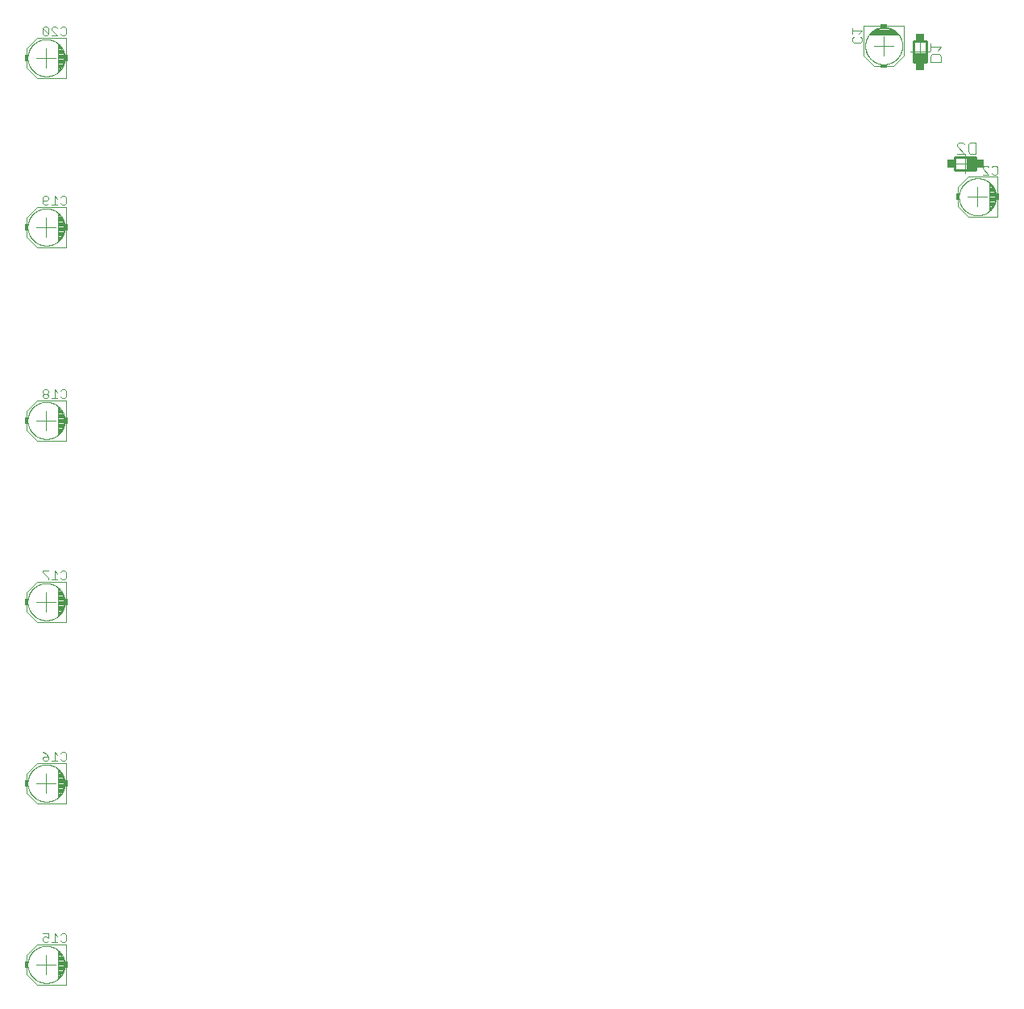
<source format=gbo>
G75*
%MOIN*%
%OFA0B0*%
%FSLAX25Y25*%
%IPPOS*%
%LPD*%
%AMOC8*
5,1,8,0,0,1.08239X$1,22.5*
%
%ADD10C,0.00400*%
%ADD11C,0.00300*%
%ADD12R,0.01772X0.02756*%
%ADD13R,0.01575X0.02756*%
%ADD14C,0.00000*%
%ADD15C,0.01000*%
%ADD16R,0.03346X0.02953*%
%ADD17R,0.05315X0.03543*%
%ADD18R,0.02953X0.03346*%
%ADD19R,0.03543X0.05315*%
%ADD20R,0.02756X0.01772*%
%ADD21R,0.02756X0.01575*%
D10*
X0077663Y0077815D02*
X0089868Y0077815D01*
X0089868Y0082736D01*
X0088404Y0083070D02*
X0086521Y0083070D01*
X0086521Y0083468D02*
X0088537Y0083468D01*
X0088670Y0083867D02*
X0086521Y0083867D01*
X0086521Y0084265D02*
X0088803Y0084265D01*
X0088883Y0084508D02*
X0088293Y0082736D01*
X0086521Y0080571D01*
X0086521Y0091594D01*
X0086521Y0091791D01*
X0088293Y0089429D01*
X0088883Y0087460D01*
X0088883Y0084508D01*
X0088883Y0084664D02*
X0086521Y0084664D01*
X0086521Y0085062D02*
X0088883Y0085062D01*
X0088883Y0085461D02*
X0086521Y0085461D01*
X0086521Y0085859D02*
X0088883Y0085859D01*
X0088883Y0086258D02*
X0086521Y0086258D01*
X0086521Y0086656D02*
X0088883Y0086656D01*
X0088883Y0087055D02*
X0086521Y0087055D01*
X0086521Y0087453D02*
X0088883Y0087453D01*
X0088766Y0087852D02*
X0086521Y0087852D01*
X0086521Y0088250D02*
X0088647Y0088250D01*
X0088527Y0088649D02*
X0086521Y0088649D01*
X0086521Y0089047D02*
X0088407Y0089047D01*
X0088280Y0089446D02*
X0086521Y0089446D01*
X0086521Y0089844D02*
X0087981Y0089844D01*
X0087683Y0090243D02*
X0086521Y0090243D01*
X0086521Y0090641D02*
X0087384Y0090641D01*
X0087085Y0091040D02*
X0086521Y0091040D01*
X0086521Y0091438D02*
X0086786Y0091438D01*
X0086324Y0091988D02*
X0086324Y0080177D01*
X0086521Y0080678D02*
X0086610Y0080678D01*
X0086521Y0081077D02*
X0086936Y0081077D01*
X0087262Y0081475D02*
X0086521Y0081475D01*
X0086521Y0081874D02*
X0087588Y0081874D01*
X0087914Y0082272D02*
X0086521Y0082272D01*
X0086521Y0082671D02*
X0088240Y0082671D01*
X0089868Y0077815D02*
X0089868Y0094350D01*
X0077663Y0094350D01*
X0073332Y0090019D01*
X0073332Y0082145D01*
X0077663Y0077815D01*
X0089868Y0077815D01*
X0089868Y0089429D02*
X0089868Y0094350D01*
X0077663Y0094350D01*
X0073332Y0090019D01*
X0073923Y0086082D02*
X0073925Y0086270D01*
X0073932Y0086459D01*
X0073944Y0086647D01*
X0073960Y0086834D01*
X0073981Y0087022D01*
X0074006Y0087208D01*
X0074036Y0087394D01*
X0074071Y0087580D01*
X0074110Y0087764D01*
X0074153Y0087947D01*
X0074201Y0088130D01*
X0074254Y0088311D01*
X0074310Y0088490D01*
X0074372Y0088668D01*
X0074437Y0088845D01*
X0074507Y0089020D01*
X0074582Y0089193D01*
X0074660Y0089364D01*
X0074743Y0089534D01*
X0074829Y0089701D01*
X0074920Y0089866D01*
X0075015Y0090029D01*
X0075114Y0090189D01*
X0075217Y0090347D01*
X0075323Y0090502D01*
X0075434Y0090655D01*
X0075548Y0090805D01*
X0075666Y0090952D01*
X0075787Y0091096D01*
X0075912Y0091238D01*
X0076040Y0091376D01*
X0076172Y0091510D01*
X0076306Y0091642D01*
X0076444Y0091770D01*
X0076586Y0091895D01*
X0076730Y0092016D01*
X0076877Y0092134D01*
X0077027Y0092248D01*
X0077180Y0092359D01*
X0077335Y0092465D01*
X0077493Y0092568D01*
X0077653Y0092667D01*
X0077816Y0092762D01*
X0077981Y0092853D01*
X0078148Y0092939D01*
X0078318Y0093022D01*
X0078489Y0093100D01*
X0078662Y0093175D01*
X0078837Y0093245D01*
X0079014Y0093310D01*
X0079192Y0093372D01*
X0079371Y0093428D01*
X0079552Y0093481D01*
X0079735Y0093529D01*
X0079918Y0093572D01*
X0080102Y0093611D01*
X0080288Y0093646D01*
X0080474Y0093676D01*
X0080660Y0093701D01*
X0080848Y0093722D01*
X0081035Y0093738D01*
X0081223Y0093750D01*
X0081412Y0093757D01*
X0081600Y0093759D01*
X0081788Y0093757D01*
X0081977Y0093750D01*
X0082165Y0093738D01*
X0082352Y0093722D01*
X0082540Y0093701D01*
X0082726Y0093676D01*
X0082912Y0093646D01*
X0083098Y0093611D01*
X0083282Y0093572D01*
X0083465Y0093529D01*
X0083648Y0093481D01*
X0083829Y0093428D01*
X0084008Y0093372D01*
X0084186Y0093310D01*
X0084363Y0093245D01*
X0084538Y0093175D01*
X0084711Y0093100D01*
X0084882Y0093022D01*
X0085052Y0092939D01*
X0085219Y0092853D01*
X0085384Y0092762D01*
X0085547Y0092667D01*
X0085707Y0092568D01*
X0085865Y0092465D01*
X0086020Y0092359D01*
X0086173Y0092248D01*
X0086323Y0092134D01*
X0086470Y0092016D01*
X0086614Y0091895D01*
X0086756Y0091770D01*
X0086894Y0091642D01*
X0087028Y0091510D01*
X0087160Y0091376D01*
X0087288Y0091238D01*
X0087413Y0091096D01*
X0087534Y0090952D01*
X0087652Y0090805D01*
X0087766Y0090655D01*
X0087877Y0090502D01*
X0087983Y0090347D01*
X0088086Y0090189D01*
X0088185Y0090029D01*
X0088280Y0089866D01*
X0088371Y0089701D01*
X0088457Y0089534D01*
X0088540Y0089364D01*
X0088618Y0089193D01*
X0088693Y0089020D01*
X0088763Y0088845D01*
X0088828Y0088668D01*
X0088890Y0088490D01*
X0088946Y0088311D01*
X0088999Y0088130D01*
X0089047Y0087947D01*
X0089090Y0087764D01*
X0089129Y0087580D01*
X0089164Y0087394D01*
X0089194Y0087208D01*
X0089219Y0087022D01*
X0089240Y0086834D01*
X0089256Y0086647D01*
X0089268Y0086459D01*
X0089275Y0086270D01*
X0089277Y0086082D01*
X0089275Y0085894D01*
X0089268Y0085705D01*
X0089256Y0085517D01*
X0089240Y0085330D01*
X0089219Y0085142D01*
X0089194Y0084956D01*
X0089164Y0084770D01*
X0089129Y0084584D01*
X0089090Y0084400D01*
X0089047Y0084217D01*
X0088999Y0084034D01*
X0088946Y0083853D01*
X0088890Y0083674D01*
X0088828Y0083496D01*
X0088763Y0083319D01*
X0088693Y0083144D01*
X0088618Y0082971D01*
X0088540Y0082800D01*
X0088457Y0082630D01*
X0088371Y0082463D01*
X0088280Y0082298D01*
X0088185Y0082135D01*
X0088086Y0081975D01*
X0087983Y0081817D01*
X0087877Y0081662D01*
X0087766Y0081509D01*
X0087652Y0081359D01*
X0087534Y0081212D01*
X0087413Y0081068D01*
X0087288Y0080926D01*
X0087160Y0080788D01*
X0087028Y0080654D01*
X0086894Y0080522D01*
X0086756Y0080394D01*
X0086614Y0080269D01*
X0086470Y0080148D01*
X0086323Y0080030D01*
X0086173Y0079916D01*
X0086020Y0079805D01*
X0085865Y0079699D01*
X0085707Y0079596D01*
X0085547Y0079497D01*
X0085384Y0079402D01*
X0085219Y0079311D01*
X0085052Y0079225D01*
X0084882Y0079142D01*
X0084711Y0079064D01*
X0084538Y0078989D01*
X0084363Y0078919D01*
X0084186Y0078854D01*
X0084008Y0078792D01*
X0083829Y0078736D01*
X0083648Y0078683D01*
X0083465Y0078635D01*
X0083282Y0078592D01*
X0083098Y0078553D01*
X0082912Y0078518D01*
X0082726Y0078488D01*
X0082540Y0078463D01*
X0082352Y0078442D01*
X0082165Y0078426D01*
X0081977Y0078414D01*
X0081788Y0078407D01*
X0081600Y0078405D01*
X0081412Y0078407D01*
X0081223Y0078414D01*
X0081035Y0078426D01*
X0080848Y0078442D01*
X0080660Y0078463D01*
X0080474Y0078488D01*
X0080288Y0078518D01*
X0080102Y0078553D01*
X0079918Y0078592D01*
X0079735Y0078635D01*
X0079552Y0078683D01*
X0079371Y0078736D01*
X0079192Y0078792D01*
X0079014Y0078854D01*
X0078837Y0078919D01*
X0078662Y0078989D01*
X0078489Y0079064D01*
X0078318Y0079142D01*
X0078148Y0079225D01*
X0077981Y0079311D01*
X0077816Y0079402D01*
X0077653Y0079497D01*
X0077493Y0079596D01*
X0077335Y0079699D01*
X0077180Y0079805D01*
X0077027Y0079916D01*
X0076877Y0080030D01*
X0076730Y0080148D01*
X0076586Y0080269D01*
X0076444Y0080394D01*
X0076306Y0080522D01*
X0076172Y0080654D01*
X0076040Y0080788D01*
X0075912Y0080926D01*
X0075787Y0081068D01*
X0075666Y0081212D01*
X0075548Y0081359D01*
X0075434Y0081509D01*
X0075323Y0081662D01*
X0075217Y0081817D01*
X0075114Y0081975D01*
X0075015Y0082135D01*
X0074920Y0082298D01*
X0074829Y0082463D01*
X0074743Y0082630D01*
X0074660Y0082800D01*
X0074582Y0082971D01*
X0074507Y0083144D01*
X0074437Y0083319D01*
X0074372Y0083496D01*
X0074310Y0083674D01*
X0074254Y0083853D01*
X0074201Y0084034D01*
X0074153Y0084217D01*
X0074110Y0084400D01*
X0074071Y0084584D01*
X0074036Y0084770D01*
X0074006Y0084956D01*
X0073981Y0085142D01*
X0073960Y0085330D01*
X0073944Y0085517D01*
X0073932Y0085705D01*
X0073925Y0085894D01*
X0073923Y0086082D01*
X0073332Y0082145D02*
X0077663Y0077815D01*
X0074711Y0089428D02*
X0074794Y0089595D01*
X0074881Y0089759D01*
X0074973Y0089922D01*
X0075068Y0090082D01*
X0075167Y0090239D01*
X0075270Y0090394D01*
X0075377Y0090547D01*
X0075488Y0090697D01*
X0075602Y0090844D01*
X0075719Y0090989D01*
X0075840Y0091130D01*
X0075965Y0091269D01*
X0076092Y0091404D01*
X0076223Y0091537D01*
X0076358Y0091666D01*
X0076495Y0091792D01*
X0076635Y0091914D01*
X0076779Y0092033D01*
X0076925Y0092149D01*
X0077074Y0092260D01*
X0077225Y0092369D01*
X0077379Y0092473D01*
X0077536Y0092574D01*
X0077695Y0092671D01*
X0077856Y0092764D01*
X0078020Y0092853D01*
X0078186Y0092938D01*
X0078353Y0093019D01*
X0078523Y0093096D01*
X0078695Y0093169D01*
X0078868Y0093237D01*
X0079043Y0093301D01*
X0079219Y0093361D01*
X0079397Y0093417D01*
X0079576Y0093469D01*
X0079756Y0093516D01*
X0079937Y0093558D01*
X0080119Y0093597D01*
X0080303Y0093630D01*
X0080486Y0093660D01*
X0080671Y0093684D01*
X0080856Y0093705D01*
X0081042Y0093721D01*
X0081228Y0093732D01*
X0081414Y0093739D01*
X0081600Y0093741D01*
X0081786Y0093739D01*
X0081972Y0093732D01*
X0082158Y0093721D01*
X0082344Y0093705D01*
X0082529Y0093684D01*
X0082714Y0093660D01*
X0082897Y0093630D01*
X0083081Y0093597D01*
X0083263Y0093558D01*
X0083444Y0093516D01*
X0083624Y0093469D01*
X0083803Y0093417D01*
X0083981Y0093361D01*
X0084157Y0093301D01*
X0084332Y0093237D01*
X0084505Y0093169D01*
X0084677Y0093096D01*
X0084847Y0093019D01*
X0085014Y0092938D01*
X0085180Y0092853D01*
X0085344Y0092764D01*
X0085505Y0092671D01*
X0085664Y0092574D01*
X0085821Y0092473D01*
X0085975Y0092369D01*
X0086126Y0092260D01*
X0086275Y0092149D01*
X0086421Y0092033D01*
X0086565Y0091914D01*
X0086705Y0091792D01*
X0086842Y0091666D01*
X0086977Y0091537D01*
X0087108Y0091404D01*
X0087235Y0091269D01*
X0087360Y0091130D01*
X0087481Y0090989D01*
X0087598Y0090844D01*
X0087712Y0090697D01*
X0087823Y0090547D01*
X0087930Y0090394D01*
X0088033Y0090239D01*
X0088132Y0090082D01*
X0088227Y0089922D01*
X0088319Y0089759D01*
X0088406Y0089595D01*
X0088489Y0089428D01*
X0088489Y0082736D02*
X0088406Y0082569D01*
X0088319Y0082405D01*
X0088227Y0082242D01*
X0088132Y0082082D01*
X0088033Y0081925D01*
X0087930Y0081770D01*
X0087823Y0081617D01*
X0087712Y0081467D01*
X0087598Y0081320D01*
X0087481Y0081175D01*
X0087360Y0081034D01*
X0087235Y0080895D01*
X0087108Y0080760D01*
X0086977Y0080627D01*
X0086842Y0080498D01*
X0086705Y0080372D01*
X0086565Y0080250D01*
X0086421Y0080131D01*
X0086275Y0080015D01*
X0086126Y0079904D01*
X0085975Y0079795D01*
X0085821Y0079691D01*
X0085664Y0079590D01*
X0085505Y0079493D01*
X0085344Y0079400D01*
X0085180Y0079311D01*
X0085014Y0079226D01*
X0084847Y0079145D01*
X0084677Y0079068D01*
X0084505Y0078995D01*
X0084332Y0078927D01*
X0084157Y0078863D01*
X0083981Y0078803D01*
X0083803Y0078747D01*
X0083624Y0078695D01*
X0083444Y0078648D01*
X0083263Y0078606D01*
X0083081Y0078567D01*
X0082897Y0078534D01*
X0082714Y0078504D01*
X0082529Y0078480D01*
X0082344Y0078459D01*
X0082158Y0078443D01*
X0081972Y0078432D01*
X0081786Y0078425D01*
X0081600Y0078423D01*
X0081414Y0078425D01*
X0081228Y0078432D01*
X0081042Y0078443D01*
X0080856Y0078459D01*
X0080671Y0078480D01*
X0080486Y0078504D01*
X0080303Y0078534D01*
X0080119Y0078567D01*
X0079937Y0078606D01*
X0079756Y0078648D01*
X0079576Y0078695D01*
X0079397Y0078747D01*
X0079219Y0078803D01*
X0079043Y0078863D01*
X0078868Y0078927D01*
X0078695Y0078995D01*
X0078523Y0079068D01*
X0078353Y0079145D01*
X0078186Y0079226D01*
X0078020Y0079311D01*
X0077856Y0079400D01*
X0077695Y0079493D01*
X0077536Y0079590D01*
X0077379Y0079691D01*
X0077225Y0079795D01*
X0077074Y0079904D01*
X0076925Y0080015D01*
X0076779Y0080131D01*
X0076635Y0080250D01*
X0076495Y0080372D01*
X0076358Y0080498D01*
X0076223Y0080627D01*
X0076092Y0080760D01*
X0075965Y0080895D01*
X0075840Y0081034D01*
X0075719Y0081175D01*
X0075602Y0081320D01*
X0075488Y0081467D01*
X0075377Y0081617D01*
X0075270Y0081770D01*
X0075167Y0081925D01*
X0075068Y0082082D01*
X0074973Y0082242D01*
X0074881Y0082405D01*
X0074794Y0082569D01*
X0074711Y0082736D01*
X0077663Y0152815D02*
X0089868Y0152815D01*
X0089868Y0157736D01*
X0088510Y0158388D02*
X0086521Y0158388D01*
X0086521Y0157990D02*
X0088377Y0157990D01*
X0088293Y0157736D02*
X0086521Y0155571D01*
X0086521Y0166594D01*
X0086521Y0166791D01*
X0088293Y0164429D01*
X0088883Y0162460D01*
X0088883Y0159508D01*
X0088293Y0157736D01*
X0088174Y0157591D02*
X0086521Y0157591D01*
X0086521Y0157193D02*
X0087848Y0157193D01*
X0087522Y0156794D02*
X0086521Y0156794D01*
X0086521Y0156396D02*
X0087196Y0156396D01*
X0086870Y0155997D02*
X0086521Y0155997D01*
X0086521Y0155599D02*
X0086544Y0155599D01*
X0086324Y0155177D02*
X0086324Y0166988D01*
X0086521Y0166757D02*
X0086547Y0166757D01*
X0086521Y0166358D02*
X0086846Y0166358D01*
X0087145Y0165960D02*
X0086521Y0165960D01*
X0086521Y0165561D02*
X0087444Y0165561D01*
X0087742Y0165163D02*
X0086521Y0165163D01*
X0086521Y0164764D02*
X0088041Y0164764D01*
X0088312Y0164366D02*
X0086521Y0164366D01*
X0086521Y0163967D02*
X0088431Y0163967D01*
X0088551Y0163569D02*
X0086521Y0163569D01*
X0086521Y0163170D02*
X0088670Y0163170D01*
X0088790Y0162772D02*
X0086521Y0162772D01*
X0086521Y0162373D02*
X0088883Y0162373D01*
X0088883Y0161975D02*
X0086521Y0161975D01*
X0086521Y0161576D02*
X0088883Y0161576D01*
X0088883Y0161178D02*
X0086521Y0161178D01*
X0086521Y0160779D02*
X0088883Y0160779D01*
X0088883Y0160381D02*
X0086521Y0160381D01*
X0086521Y0159982D02*
X0088883Y0159982D01*
X0088883Y0159584D02*
X0086521Y0159584D01*
X0086521Y0159185D02*
X0088776Y0159185D01*
X0088643Y0158787D02*
X0086521Y0158787D01*
X0073923Y0161082D02*
X0073925Y0161270D01*
X0073932Y0161459D01*
X0073944Y0161647D01*
X0073960Y0161834D01*
X0073981Y0162022D01*
X0074006Y0162208D01*
X0074036Y0162394D01*
X0074071Y0162580D01*
X0074110Y0162764D01*
X0074153Y0162947D01*
X0074201Y0163130D01*
X0074254Y0163311D01*
X0074310Y0163490D01*
X0074372Y0163668D01*
X0074437Y0163845D01*
X0074507Y0164020D01*
X0074582Y0164193D01*
X0074660Y0164364D01*
X0074743Y0164534D01*
X0074829Y0164701D01*
X0074920Y0164866D01*
X0075015Y0165029D01*
X0075114Y0165189D01*
X0075217Y0165347D01*
X0075323Y0165502D01*
X0075434Y0165655D01*
X0075548Y0165805D01*
X0075666Y0165952D01*
X0075787Y0166096D01*
X0075912Y0166238D01*
X0076040Y0166376D01*
X0076172Y0166510D01*
X0076306Y0166642D01*
X0076444Y0166770D01*
X0076586Y0166895D01*
X0076730Y0167016D01*
X0076877Y0167134D01*
X0077027Y0167248D01*
X0077180Y0167359D01*
X0077335Y0167465D01*
X0077493Y0167568D01*
X0077653Y0167667D01*
X0077816Y0167762D01*
X0077981Y0167853D01*
X0078148Y0167939D01*
X0078318Y0168022D01*
X0078489Y0168100D01*
X0078662Y0168175D01*
X0078837Y0168245D01*
X0079014Y0168310D01*
X0079192Y0168372D01*
X0079371Y0168428D01*
X0079552Y0168481D01*
X0079735Y0168529D01*
X0079918Y0168572D01*
X0080102Y0168611D01*
X0080288Y0168646D01*
X0080474Y0168676D01*
X0080660Y0168701D01*
X0080848Y0168722D01*
X0081035Y0168738D01*
X0081223Y0168750D01*
X0081412Y0168757D01*
X0081600Y0168759D01*
X0081788Y0168757D01*
X0081977Y0168750D01*
X0082165Y0168738D01*
X0082352Y0168722D01*
X0082540Y0168701D01*
X0082726Y0168676D01*
X0082912Y0168646D01*
X0083098Y0168611D01*
X0083282Y0168572D01*
X0083465Y0168529D01*
X0083648Y0168481D01*
X0083829Y0168428D01*
X0084008Y0168372D01*
X0084186Y0168310D01*
X0084363Y0168245D01*
X0084538Y0168175D01*
X0084711Y0168100D01*
X0084882Y0168022D01*
X0085052Y0167939D01*
X0085219Y0167853D01*
X0085384Y0167762D01*
X0085547Y0167667D01*
X0085707Y0167568D01*
X0085865Y0167465D01*
X0086020Y0167359D01*
X0086173Y0167248D01*
X0086323Y0167134D01*
X0086470Y0167016D01*
X0086614Y0166895D01*
X0086756Y0166770D01*
X0086894Y0166642D01*
X0087028Y0166510D01*
X0087160Y0166376D01*
X0087288Y0166238D01*
X0087413Y0166096D01*
X0087534Y0165952D01*
X0087652Y0165805D01*
X0087766Y0165655D01*
X0087877Y0165502D01*
X0087983Y0165347D01*
X0088086Y0165189D01*
X0088185Y0165029D01*
X0088280Y0164866D01*
X0088371Y0164701D01*
X0088457Y0164534D01*
X0088540Y0164364D01*
X0088618Y0164193D01*
X0088693Y0164020D01*
X0088763Y0163845D01*
X0088828Y0163668D01*
X0088890Y0163490D01*
X0088946Y0163311D01*
X0088999Y0163130D01*
X0089047Y0162947D01*
X0089090Y0162764D01*
X0089129Y0162580D01*
X0089164Y0162394D01*
X0089194Y0162208D01*
X0089219Y0162022D01*
X0089240Y0161834D01*
X0089256Y0161647D01*
X0089268Y0161459D01*
X0089275Y0161270D01*
X0089277Y0161082D01*
X0089275Y0160894D01*
X0089268Y0160705D01*
X0089256Y0160517D01*
X0089240Y0160330D01*
X0089219Y0160142D01*
X0089194Y0159956D01*
X0089164Y0159770D01*
X0089129Y0159584D01*
X0089090Y0159400D01*
X0089047Y0159217D01*
X0088999Y0159034D01*
X0088946Y0158853D01*
X0088890Y0158674D01*
X0088828Y0158496D01*
X0088763Y0158319D01*
X0088693Y0158144D01*
X0088618Y0157971D01*
X0088540Y0157800D01*
X0088457Y0157630D01*
X0088371Y0157463D01*
X0088280Y0157298D01*
X0088185Y0157135D01*
X0088086Y0156975D01*
X0087983Y0156817D01*
X0087877Y0156662D01*
X0087766Y0156509D01*
X0087652Y0156359D01*
X0087534Y0156212D01*
X0087413Y0156068D01*
X0087288Y0155926D01*
X0087160Y0155788D01*
X0087028Y0155654D01*
X0086894Y0155522D01*
X0086756Y0155394D01*
X0086614Y0155269D01*
X0086470Y0155148D01*
X0086323Y0155030D01*
X0086173Y0154916D01*
X0086020Y0154805D01*
X0085865Y0154699D01*
X0085707Y0154596D01*
X0085547Y0154497D01*
X0085384Y0154402D01*
X0085219Y0154311D01*
X0085052Y0154225D01*
X0084882Y0154142D01*
X0084711Y0154064D01*
X0084538Y0153989D01*
X0084363Y0153919D01*
X0084186Y0153854D01*
X0084008Y0153792D01*
X0083829Y0153736D01*
X0083648Y0153683D01*
X0083465Y0153635D01*
X0083282Y0153592D01*
X0083098Y0153553D01*
X0082912Y0153518D01*
X0082726Y0153488D01*
X0082540Y0153463D01*
X0082352Y0153442D01*
X0082165Y0153426D01*
X0081977Y0153414D01*
X0081788Y0153407D01*
X0081600Y0153405D01*
X0081412Y0153407D01*
X0081223Y0153414D01*
X0081035Y0153426D01*
X0080848Y0153442D01*
X0080660Y0153463D01*
X0080474Y0153488D01*
X0080288Y0153518D01*
X0080102Y0153553D01*
X0079918Y0153592D01*
X0079735Y0153635D01*
X0079552Y0153683D01*
X0079371Y0153736D01*
X0079192Y0153792D01*
X0079014Y0153854D01*
X0078837Y0153919D01*
X0078662Y0153989D01*
X0078489Y0154064D01*
X0078318Y0154142D01*
X0078148Y0154225D01*
X0077981Y0154311D01*
X0077816Y0154402D01*
X0077653Y0154497D01*
X0077493Y0154596D01*
X0077335Y0154699D01*
X0077180Y0154805D01*
X0077027Y0154916D01*
X0076877Y0155030D01*
X0076730Y0155148D01*
X0076586Y0155269D01*
X0076444Y0155394D01*
X0076306Y0155522D01*
X0076172Y0155654D01*
X0076040Y0155788D01*
X0075912Y0155926D01*
X0075787Y0156068D01*
X0075666Y0156212D01*
X0075548Y0156359D01*
X0075434Y0156509D01*
X0075323Y0156662D01*
X0075217Y0156817D01*
X0075114Y0156975D01*
X0075015Y0157135D01*
X0074920Y0157298D01*
X0074829Y0157463D01*
X0074743Y0157630D01*
X0074660Y0157800D01*
X0074582Y0157971D01*
X0074507Y0158144D01*
X0074437Y0158319D01*
X0074372Y0158496D01*
X0074310Y0158674D01*
X0074254Y0158853D01*
X0074201Y0159034D01*
X0074153Y0159217D01*
X0074110Y0159400D01*
X0074071Y0159584D01*
X0074036Y0159770D01*
X0074006Y0159956D01*
X0073981Y0160142D01*
X0073960Y0160330D01*
X0073944Y0160517D01*
X0073932Y0160705D01*
X0073925Y0160894D01*
X0073923Y0161082D01*
X0073332Y0157145D02*
X0077663Y0152815D01*
X0089868Y0152815D01*
X0089868Y0169350D01*
X0077663Y0169350D01*
X0073332Y0165019D01*
X0073332Y0157145D01*
X0077663Y0152815D01*
X0074711Y0164428D02*
X0074794Y0164595D01*
X0074881Y0164759D01*
X0074973Y0164922D01*
X0075068Y0165082D01*
X0075167Y0165239D01*
X0075270Y0165394D01*
X0075377Y0165547D01*
X0075488Y0165697D01*
X0075602Y0165844D01*
X0075719Y0165989D01*
X0075840Y0166130D01*
X0075965Y0166269D01*
X0076092Y0166404D01*
X0076223Y0166537D01*
X0076358Y0166666D01*
X0076495Y0166792D01*
X0076635Y0166914D01*
X0076779Y0167033D01*
X0076925Y0167149D01*
X0077074Y0167260D01*
X0077225Y0167369D01*
X0077379Y0167473D01*
X0077536Y0167574D01*
X0077695Y0167671D01*
X0077856Y0167764D01*
X0078020Y0167853D01*
X0078186Y0167938D01*
X0078353Y0168019D01*
X0078523Y0168096D01*
X0078695Y0168169D01*
X0078868Y0168237D01*
X0079043Y0168301D01*
X0079219Y0168361D01*
X0079397Y0168417D01*
X0079576Y0168469D01*
X0079756Y0168516D01*
X0079937Y0168558D01*
X0080119Y0168597D01*
X0080303Y0168630D01*
X0080486Y0168660D01*
X0080671Y0168684D01*
X0080856Y0168705D01*
X0081042Y0168721D01*
X0081228Y0168732D01*
X0081414Y0168739D01*
X0081600Y0168741D01*
X0081786Y0168739D01*
X0081972Y0168732D01*
X0082158Y0168721D01*
X0082344Y0168705D01*
X0082529Y0168684D01*
X0082714Y0168660D01*
X0082897Y0168630D01*
X0083081Y0168597D01*
X0083263Y0168558D01*
X0083444Y0168516D01*
X0083624Y0168469D01*
X0083803Y0168417D01*
X0083981Y0168361D01*
X0084157Y0168301D01*
X0084332Y0168237D01*
X0084505Y0168169D01*
X0084677Y0168096D01*
X0084847Y0168019D01*
X0085014Y0167938D01*
X0085180Y0167853D01*
X0085344Y0167764D01*
X0085505Y0167671D01*
X0085664Y0167574D01*
X0085821Y0167473D01*
X0085975Y0167369D01*
X0086126Y0167260D01*
X0086275Y0167149D01*
X0086421Y0167033D01*
X0086565Y0166914D01*
X0086705Y0166792D01*
X0086842Y0166666D01*
X0086977Y0166537D01*
X0087108Y0166404D01*
X0087235Y0166269D01*
X0087360Y0166130D01*
X0087481Y0165989D01*
X0087598Y0165844D01*
X0087712Y0165697D01*
X0087823Y0165547D01*
X0087930Y0165394D01*
X0088033Y0165239D01*
X0088132Y0165082D01*
X0088227Y0164922D01*
X0088319Y0164759D01*
X0088406Y0164595D01*
X0088489Y0164428D01*
X0089868Y0164429D02*
X0089868Y0169350D01*
X0077663Y0169350D01*
X0073332Y0165019D01*
X0074711Y0157736D02*
X0074794Y0157569D01*
X0074881Y0157405D01*
X0074973Y0157242D01*
X0075068Y0157082D01*
X0075167Y0156925D01*
X0075270Y0156770D01*
X0075377Y0156617D01*
X0075488Y0156467D01*
X0075602Y0156320D01*
X0075719Y0156175D01*
X0075840Y0156034D01*
X0075965Y0155895D01*
X0076092Y0155760D01*
X0076223Y0155627D01*
X0076358Y0155498D01*
X0076495Y0155372D01*
X0076635Y0155250D01*
X0076779Y0155131D01*
X0076925Y0155015D01*
X0077074Y0154904D01*
X0077225Y0154795D01*
X0077379Y0154691D01*
X0077536Y0154590D01*
X0077695Y0154493D01*
X0077856Y0154400D01*
X0078020Y0154311D01*
X0078186Y0154226D01*
X0078353Y0154145D01*
X0078523Y0154068D01*
X0078695Y0153995D01*
X0078868Y0153927D01*
X0079043Y0153863D01*
X0079219Y0153803D01*
X0079397Y0153747D01*
X0079576Y0153695D01*
X0079756Y0153648D01*
X0079937Y0153606D01*
X0080119Y0153567D01*
X0080303Y0153534D01*
X0080486Y0153504D01*
X0080671Y0153480D01*
X0080856Y0153459D01*
X0081042Y0153443D01*
X0081228Y0153432D01*
X0081414Y0153425D01*
X0081600Y0153423D01*
X0081786Y0153425D01*
X0081972Y0153432D01*
X0082158Y0153443D01*
X0082344Y0153459D01*
X0082529Y0153480D01*
X0082714Y0153504D01*
X0082897Y0153534D01*
X0083081Y0153567D01*
X0083263Y0153606D01*
X0083444Y0153648D01*
X0083624Y0153695D01*
X0083803Y0153747D01*
X0083981Y0153803D01*
X0084157Y0153863D01*
X0084332Y0153927D01*
X0084505Y0153995D01*
X0084677Y0154068D01*
X0084847Y0154145D01*
X0085014Y0154226D01*
X0085180Y0154311D01*
X0085344Y0154400D01*
X0085505Y0154493D01*
X0085664Y0154590D01*
X0085821Y0154691D01*
X0085975Y0154795D01*
X0086126Y0154904D01*
X0086275Y0155015D01*
X0086421Y0155131D01*
X0086565Y0155250D01*
X0086705Y0155372D01*
X0086842Y0155498D01*
X0086977Y0155627D01*
X0087108Y0155760D01*
X0087235Y0155895D01*
X0087360Y0156034D01*
X0087481Y0156175D01*
X0087598Y0156320D01*
X0087712Y0156467D01*
X0087823Y0156617D01*
X0087930Y0156770D01*
X0088033Y0156925D01*
X0088132Y0157082D01*
X0088227Y0157242D01*
X0088319Y0157405D01*
X0088406Y0157569D01*
X0088489Y0157736D01*
X0089868Y0227815D02*
X0077663Y0227815D01*
X0073332Y0232145D01*
X0077663Y0227815D01*
X0089868Y0227815D01*
X0089868Y0232736D01*
X0088484Y0233308D02*
X0086521Y0233308D01*
X0086521Y0232910D02*
X0088351Y0232910D01*
X0088293Y0232736D02*
X0086521Y0230571D01*
X0086521Y0241594D01*
X0086521Y0241791D01*
X0088293Y0239429D01*
X0088883Y0237460D01*
X0088883Y0234508D01*
X0088293Y0232736D01*
X0088109Y0232511D02*
X0086521Y0232511D01*
X0086521Y0232113D02*
X0087783Y0232113D01*
X0087457Y0231714D02*
X0086521Y0231714D01*
X0086521Y0231316D02*
X0087131Y0231316D01*
X0086805Y0230917D02*
X0086521Y0230917D01*
X0086324Y0230177D02*
X0086324Y0241988D01*
X0086521Y0241677D02*
X0086607Y0241677D01*
X0086521Y0241279D02*
X0086906Y0241279D01*
X0087205Y0240880D02*
X0086521Y0240880D01*
X0086521Y0240481D02*
X0087503Y0240481D01*
X0087802Y0240083D02*
X0086521Y0240083D01*
X0086521Y0239684D02*
X0088101Y0239684D01*
X0088336Y0239286D02*
X0086521Y0239286D01*
X0086521Y0238887D02*
X0088455Y0238887D01*
X0088575Y0238489D02*
X0086521Y0238489D01*
X0086521Y0238090D02*
X0088694Y0238090D01*
X0088814Y0237692D02*
X0086521Y0237692D01*
X0086521Y0237293D02*
X0088883Y0237293D01*
X0088883Y0236895D02*
X0086521Y0236895D01*
X0086521Y0236496D02*
X0088883Y0236496D01*
X0088883Y0236098D02*
X0086521Y0236098D01*
X0086521Y0235699D02*
X0088883Y0235699D01*
X0088883Y0235301D02*
X0086521Y0235301D01*
X0086521Y0234902D02*
X0088883Y0234902D01*
X0088882Y0234504D02*
X0086521Y0234504D01*
X0086521Y0234105D02*
X0088749Y0234105D01*
X0088617Y0233707D02*
X0086521Y0233707D01*
X0073923Y0236082D02*
X0073925Y0236270D01*
X0073932Y0236459D01*
X0073944Y0236647D01*
X0073960Y0236834D01*
X0073981Y0237022D01*
X0074006Y0237208D01*
X0074036Y0237394D01*
X0074071Y0237580D01*
X0074110Y0237764D01*
X0074153Y0237947D01*
X0074201Y0238130D01*
X0074254Y0238311D01*
X0074310Y0238490D01*
X0074372Y0238668D01*
X0074437Y0238845D01*
X0074507Y0239020D01*
X0074582Y0239193D01*
X0074660Y0239364D01*
X0074743Y0239534D01*
X0074829Y0239701D01*
X0074920Y0239866D01*
X0075015Y0240029D01*
X0075114Y0240189D01*
X0075217Y0240347D01*
X0075323Y0240502D01*
X0075434Y0240655D01*
X0075548Y0240805D01*
X0075666Y0240952D01*
X0075787Y0241096D01*
X0075912Y0241238D01*
X0076040Y0241376D01*
X0076172Y0241510D01*
X0076306Y0241642D01*
X0076444Y0241770D01*
X0076586Y0241895D01*
X0076730Y0242016D01*
X0076877Y0242134D01*
X0077027Y0242248D01*
X0077180Y0242359D01*
X0077335Y0242465D01*
X0077493Y0242568D01*
X0077653Y0242667D01*
X0077816Y0242762D01*
X0077981Y0242853D01*
X0078148Y0242939D01*
X0078318Y0243022D01*
X0078489Y0243100D01*
X0078662Y0243175D01*
X0078837Y0243245D01*
X0079014Y0243310D01*
X0079192Y0243372D01*
X0079371Y0243428D01*
X0079552Y0243481D01*
X0079735Y0243529D01*
X0079918Y0243572D01*
X0080102Y0243611D01*
X0080288Y0243646D01*
X0080474Y0243676D01*
X0080660Y0243701D01*
X0080848Y0243722D01*
X0081035Y0243738D01*
X0081223Y0243750D01*
X0081412Y0243757D01*
X0081600Y0243759D01*
X0081788Y0243757D01*
X0081977Y0243750D01*
X0082165Y0243738D01*
X0082352Y0243722D01*
X0082540Y0243701D01*
X0082726Y0243676D01*
X0082912Y0243646D01*
X0083098Y0243611D01*
X0083282Y0243572D01*
X0083465Y0243529D01*
X0083648Y0243481D01*
X0083829Y0243428D01*
X0084008Y0243372D01*
X0084186Y0243310D01*
X0084363Y0243245D01*
X0084538Y0243175D01*
X0084711Y0243100D01*
X0084882Y0243022D01*
X0085052Y0242939D01*
X0085219Y0242853D01*
X0085384Y0242762D01*
X0085547Y0242667D01*
X0085707Y0242568D01*
X0085865Y0242465D01*
X0086020Y0242359D01*
X0086173Y0242248D01*
X0086323Y0242134D01*
X0086470Y0242016D01*
X0086614Y0241895D01*
X0086756Y0241770D01*
X0086894Y0241642D01*
X0087028Y0241510D01*
X0087160Y0241376D01*
X0087288Y0241238D01*
X0087413Y0241096D01*
X0087534Y0240952D01*
X0087652Y0240805D01*
X0087766Y0240655D01*
X0087877Y0240502D01*
X0087983Y0240347D01*
X0088086Y0240189D01*
X0088185Y0240029D01*
X0088280Y0239866D01*
X0088371Y0239701D01*
X0088457Y0239534D01*
X0088540Y0239364D01*
X0088618Y0239193D01*
X0088693Y0239020D01*
X0088763Y0238845D01*
X0088828Y0238668D01*
X0088890Y0238490D01*
X0088946Y0238311D01*
X0088999Y0238130D01*
X0089047Y0237947D01*
X0089090Y0237764D01*
X0089129Y0237580D01*
X0089164Y0237394D01*
X0089194Y0237208D01*
X0089219Y0237022D01*
X0089240Y0236834D01*
X0089256Y0236647D01*
X0089268Y0236459D01*
X0089275Y0236270D01*
X0089277Y0236082D01*
X0089275Y0235894D01*
X0089268Y0235705D01*
X0089256Y0235517D01*
X0089240Y0235330D01*
X0089219Y0235142D01*
X0089194Y0234956D01*
X0089164Y0234770D01*
X0089129Y0234584D01*
X0089090Y0234400D01*
X0089047Y0234217D01*
X0088999Y0234034D01*
X0088946Y0233853D01*
X0088890Y0233674D01*
X0088828Y0233496D01*
X0088763Y0233319D01*
X0088693Y0233144D01*
X0088618Y0232971D01*
X0088540Y0232800D01*
X0088457Y0232630D01*
X0088371Y0232463D01*
X0088280Y0232298D01*
X0088185Y0232135D01*
X0088086Y0231975D01*
X0087983Y0231817D01*
X0087877Y0231662D01*
X0087766Y0231509D01*
X0087652Y0231359D01*
X0087534Y0231212D01*
X0087413Y0231068D01*
X0087288Y0230926D01*
X0087160Y0230788D01*
X0087028Y0230654D01*
X0086894Y0230522D01*
X0086756Y0230394D01*
X0086614Y0230269D01*
X0086470Y0230148D01*
X0086323Y0230030D01*
X0086173Y0229916D01*
X0086020Y0229805D01*
X0085865Y0229699D01*
X0085707Y0229596D01*
X0085547Y0229497D01*
X0085384Y0229402D01*
X0085219Y0229311D01*
X0085052Y0229225D01*
X0084882Y0229142D01*
X0084711Y0229064D01*
X0084538Y0228989D01*
X0084363Y0228919D01*
X0084186Y0228854D01*
X0084008Y0228792D01*
X0083829Y0228736D01*
X0083648Y0228683D01*
X0083465Y0228635D01*
X0083282Y0228592D01*
X0083098Y0228553D01*
X0082912Y0228518D01*
X0082726Y0228488D01*
X0082540Y0228463D01*
X0082352Y0228442D01*
X0082165Y0228426D01*
X0081977Y0228414D01*
X0081788Y0228407D01*
X0081600Y0228405D01*
X0081412Y0228407D01*
X0081223Y0228414D01*
X0081035Y0228426D01*
X0080848Y0228442D01*
X0080660Y0228463D01*
X0080474Y0228488D01*
X0080288Y0228518D01*
X0080102Y0228553D01*
X0079918Y0228592D01*
X0079735Y0228635D01*
X0079552Y0228683D01*
X0079371Y0228736D01*
X0079192Y0228792D01*
X0079014Y0228854D01*
X0078837Y0228919D01*
X0078662Y0228989D01*
X0078489Y0229064D01*
X0078318Y0229142D01*
X0078148Y0229225D01*
X0077981Y0229311D01*
X0077816Y0229402D01*
X0077653Y0229497D01*
X0077493Y0229596D01*
X0077335Y0229699D01*
X0077180Y0229805D01*
X0077027Y0229916D01*
X0076877Y0230030D01*
X0076730Y0230148D01*
X0076586Y0230269D01*
X0076444Y0230394D01*
X0076306Y0230522D01*
X0076172Y0230654D01*
X0076040Y0230788D01*
X0075912Y0230926D01*
X0075787Y0231068D01*
X0075666Y0231212D01*
X0075548Y0231359D01*
X0075434Y0231509D01*
X0075323Y0231662D01*
X0075217Y0231817D01*
X0075114Y0231975D01*
X0075015Y0232135D01*
X0074920Y0232298D01*
X0074829Y0232463D01*
X0074743Y0232630D01*
X0074660Y0232800D01*
X0074582Y0232971D01*
X0074507Y0233144D01*
X0074437Y0233319D01*
X0074372Y0233496D01*
X0074310Y0233674D01*
X0074254Y0233853D01*
X0074201Y0234034D01*
X0074153Y0234217D01*
X0074110Y0234400D01*
X0074071Y0234584D01*
X0074036Y0234770D01*
X0074006Y0234956D01*
X0073981Y0235142D01*
X0073960Y0235330D01*
X0073944Y0235517D01*
X0073932Y0235705D01*
X0073925Y0235894D01*
X0073923Y0236082D01*
X0073332Y0240019D02*
X0073332Y0232145D01*
X0074711Y0239428D02*
X0074794Y0239595D01*
X0074881Y0239759D01*
X0074973Y0239922D01*
X0075068Y0240082D01*
X0075167Y0240239D01*
X0075270Y0240394D01*
X0075377Y0240547D01*
X0075488Y0240697D01*
X0075602Y0240844D01*
X0075719Y0240989D01*
X0075840Y0241130D01*
X0075965Y0241269D01*
X0076092Y0241404D01*
X0076223Y0241537D01*
X0076358Y0241666D01*
X0076495Y0241792D01*
X0076635Y0241914D01*
X0076779Y0242033D01*
X0076925Y0242149D01*
X0077074Y0242260D01*
X0077225Y0242369D01*
X0077379Y0242473D01*
X0077536Y0242574D01*
X0077695Y0242671D01*
X0077856Y0242764D01*
X0078020Y0242853D01*
X0078186Y0242938D01*
X0078353Y0243019D01*
X0078523Y0243096D01*
X0078695Y0243169D01*
X0078868Y0243237D01*
X0079043Y0243301D01*
X0079219Y0243361D01*
X0079397Y0243417D01*
X0079576Y0243469D01*
X0079756Y0243516D01*
X0079937Y0243558D01*
X0080119Y0243597D01*
X0080303Y0243630D01*
X0080486Y0243660D01*
X0080671Y0243684D01*
X0080856Y0243705D01*
X0081042Y0243721D01*
X0081228Y0243732D01*
X0081414Y0243739D01*
X0081600Y0243741D01*
X0081786Y0243739D01*
X0081972Y0243732D01*
X0082158Y0243721D01*
X0082344Y0243705D01*
X0082529Y0243684D01*
X0082714Y0243660D01*
X0082897Y0243630D01*
X0083081Y0243597D01*
X0083263Y0243558D01*
X0083444Y0243516D01*
X0083624Y0243469D01*
X0083803Y0243417D01*
X0083981Y0243361D01*
X0084157Y0243301D01*
X0084332Y0243237D01*
X0084505Y0243169D01*
X0084677Y0243096D01*
X0084847Y0243019D01*
X0085014Y0242938D01*
X0085180Y0242853D01*
X0085344Y0242764D01*
X0085505Y0242671D01*
X0085664Y0242574D01*
X0085821Y0242473D01*
X0085975Y0242369D01*
X0086126Y0242260D01*
X0086275Y0242149D01*
X0086421Y0242033D01*
X0086565Y0241914D01*
X0086705Y0241792D01*
X0086842Y0241666D01*
X0086977Y0241537D01*
X0087108Y0241404D01*
X0087235Y0241269D01*
X0087360Y0241130D01*
X0087481Y0240989D01*
X0087598Y0240844D01*
X0087712Y0240697D01*
X0087823Y0240547D01*
X0087930Y0240394D01*
X0088033Y0240239D01*
X0088132Y0240082D01*
X0088227Y0239922D01*
X0088319Y0239759D01*
X0088406Y0239595D01*
X0088489Y0239428D01*
X0089868Y0239429D02*
X0089868Y0244350D01*
X0077663Y0244350D01*
X0073332Y0240019D01*
X0077663Y0244350D01*
X0089868Y0244350D01*
X0089868Y0227815D01*
X0088489Y0232736D02*
X0088406Y0232569D01*
X0088319Y0232405D01*
X0088227Y0232242D01*
X0088132Y0232082D01*
X0088033Y0231925D01*
X0087930Y0231770D01*
X0087823Y0231617D01*
X0087712Y0231467D01*
X0087598Y0231320D01*
X0087481Y0231175D01*
X0087360Y0231034D01*
X0087235Y0230895D01*
X0087108Y0230760D01*
X0086977Y0230627D01*
X0086842Y0230498D01*
X0086705Y0230372D01*
X0086565Y0230250D01*
X0086421Y0230131D01*
X0086275Y0230015D01*
X0086126Y0229904D01*
X0085975Y0229795D01*
X0085821Y0229691D01*
X0085664Y0229590D01*
X0085505Y0229493D01*
X0085344Y0229400D01*
X0085180Y0229311D01*
X0085014Y0229226D01*
X0084847Y0229145D01*
X0084677Y0229068D01*
X0084505Y0228995D01*
X0084332Y0228927D01*
X0084157Y0228863D01*
X0083981Y0228803D01*
X0083803Y0228747D01*
X0083624Y0228695D01*
X0083444Y0228648D01*
X0083263Y0228606D01*
X0083081Y0228567D01*
X0082897Y0228534D01*
X0082714Y0228504D01*
X0082529Y0228480D01*
X0082344Y0228459D01*
X0082158Y0228443D01*
X0081972Y0228432D01*
X0081786Y0228425D01*
X0081600Y0228423D01*
X0081414Y0228425D01*
X0081228Y0228432D01*
X0081042Y0228443D01*
X0080856Y0228459D01*
X0080671Y0228480D01*
X0080486Y0228504D01*
X0080303Y0228534D01*
X0080119Y0228567D01*
X0079937Y0228606D01*
X0079756Y0228648D01*
X0079576Y0228695D01*
X0079397Y0228747D01*
X0079219Y0228803D01*
X0079043Y0228863D01*
X0078868Y0228927D01*
X0078695Y0228995D01*
X0078523Y0229068D01*
X0078353Y0229145D01*
X0078186Y0229226D01*
X0078020Y0229311D01*
X0077856Y0229400D01*
X0077695Y0229493D01*
X0077536Y0229590D01*
X0077379Y0229691D01*
X0077225Y0229795D01*
X0077074Y0229904D01*
X0076925Y0230015D01*
X0076779Y0230131D01*
X0076635Y0230250D01*
X0076495Y0230372D01*
X0076358Y0230498D01*
X0076223Y0230627D01*
X0076092Y0230760D01*
X0075965Y0230895D01*
X0075840Y0231034D01*
X0075719Y0231175D01*
X0075602Y0231320D01*
X0075488Y0231467D01*
X0075377Y0231617D01*
X0075270Y0231770D01*
X0075167Y0231925D01*
X0075068Y0232082D01*
X0074973Y0232242D01*
X0074881Y0232405D01*
X0074794Y0232569D01*
X0074711Y0232736D01*
X0077663Y0302815D02*
X0089868Y0302815D01*
X0089868Y0307736D01*
X0088457Y0308228D02*
X0086521Y0308228D01*
X0086521Y0307830D02*
X0088324Y0307830D01*
X0088293Y0307736D02*
X0086521Y0305571D01*
X0086521Y0316594D01*
X0086521Y0316791D01*
X0088293Y0314429D01*
X0088883Y0312460D01*
X0088883Y0309508D01*
X0088293Y0307736D01*
X0088044Y0307431D02*
X0086521Y0307431D01*
X0086521Y0307033D02*
X0087718Y0307033D01*
X0087392Y0306634D02*
X0086521Y0306634D01*
X0086521Y0306236D02*
X0087066Y0306236D01*
X0086740Y0305837D02*
X0086521Y0305837D01*
X0086324Y0305177D02*
X0086324Y0316988D01*
X0086521Y0316597D02*
X0086667Y0316597D01*
X0086521Y0316199D02*
X0086966Y0316199D01*
X0087264Y0315800D02*
X0086521Y0315800D01*
X0086521Y0315402D02*
X0087563Y0315402D01*
X0087862Y0315003D02*
X0086521Y0315003D01*
X0086521Y0314605D02*
X0088161Y0314605D01*
X0088360Y0314206D02*
X0086521Y0314206D01*
X0086521Y0313808D02*
X0088479Y0313808D01*
X0088599Y0313409D02*
X0086521Y0313409D01*
X0086521Y0313011D02*
X0088718Y0313011D01*
X0088838Y0312612D02*
X0086521Y0312612D01*
X0086521Y0312214D02*
X0088883Y0312214D01*
X0088883Y0311815D02*
X0086521Y0311815D01*
X0086521Y0311416D02*
X0088883Y0311416D01*
X0088883Y0311018D02*
X0086521Y0311018D01*
X0086521Y0310619D02*
X0088883Y0310619D01*
X0088883Y0310221D02*
X0086521Y0310221D01*
X0086521Y0309822D02*
X0088883Y0309822D01*
X0088856Y0309424D02*
X0086521Y0309424D01*
X0086521Y0309025D02*
X0088723Y0309025D01*
X0088590Y0308627D02*
X0086521Y0308627D01*
X0073923Y0311082D02*
X0073925Y0311270D01*
X0073932Y0311459D01*
X0073944Y0311647D01*
X0073960Y0311834D01*
X0073981Y0312022D01*
X0074006Y0312208D01*
X0074036Y0312394D01*
X0074071Y0312580D01*
X0074110Y0312764D01*
X0074153Y0312947D01*
X0074201Y0313130D01*
X0074254Y0313311D01*
X0074310Y0313490D01*
X0074372Y0313668D01*
X0074437Y0313845D01*
X0074507Y0314020D01*
X0074582Y0314193D01*
X0074660Y0314364D01*
X0074743Y0314534D01*
X0074829Y0314701D01*
X0074920Y0314866D01*
X0075015Y0315029D01*
X0075114Y0315189D01*
X0075217Y0315347D01*
X0075323Y0315502D01*
X0075434Y0315655D01*
X0075548Y0315805D01*
X0075666Y0315952D01*
X0075787Y0316096D01*
X0075912Y0316238D01*
X0076040Y0316376D01*
X0076172Y0316510D01*
X0076306Y0316642D01*
X0076444Y0316770D01*
X0076586Y0316895D01*
X0076730Y0317016D01*
X0076877Y0317134D01*
X0077027Y0317248D01*
X0077180Y0317359D01*
X0077335Y0317465D01*
X0077493Y0317568D01*
X0077653Y0317667D01*
X0077816Y0317762D01*
X0077981Y0317853D01*
X0078148Y0317939D01*
X0078318Y0318022D01*
X0078489Y0318100D01*
X0078662Y0318175D01*
X0078837Y0318245D01*
X0079014Y0318310D01*
X0079192Y0318372D01*
X0079371Y0318428D01*
X0079552Y0318481D01*
X0079735Y0318529D01*
X0079918Y0318572D01*
X0080102Y0318611D01*
X0080288Y0318646D01*
X0080474Y0318676D01*
X0080660Y0318701D01*
X0080848Y0318722D01*
X0081035Y0318738D01*
X0081223Y0318750D01*
X0081412Y0318757D01*
X0081600Y0318759D01*
X0081788Y0318757D01*
X0081977Y0318750D01*
X0082165Y0318738D01*
X0082352Y0318722D01*
X0082540Y0318701D01*
X0082726Y0318676D01*
X0082912Y0318646D01*
X0083098Y0318611D01*
X0083282Y0318572D01*
X0083465Y0318529D01*
X0083648Y0318481D01*
X0083829Y0318428D01*
X0084008Y0318372D01*
X0084186Y0318310D01*
X0084363Y0318245D01*
X0084538Y0318175D01*
X0084711Y0318100D01*
X0084882Y0318022D01*
X0085052Y0317939D01*
X0085219Y0317853D01*
X0085384Y0317762D01*
X0085547Y0317667D01*
X0085707Y0317568D01*
X0085865Y0317465D01*
X0086020Y0317359D01*
X0086173Y0317248D01*
X0086323Y0317134D01*
X0086470Y0317016D01*
X0086614Y0316895D01*
X0086756Y0316770D01*
X0086894Y0316642D01*
X0087028Y0316510D01*
X0087160Y0316376D01*
X0087288Y0316238D01*
X0087413Y0316096D01*
X0087534Y0315952D01*
X0087652Y0315805D01*
X0087766Y0315655D01*
X0087877Y0315502D01*
X0087983Y0315347D01*
X0088086Y0315189D01*
X0088185Y0315029D01*
X0088280Y0314866D01*
X0088371Y0314701D01*
X0088457Y0314534D01*
X0088540Y0314364D01*
X0088618Y0314193D01*
X0088693Y0314020D01*
X0088763Y0313845D01*
X0088828Y0313668D01*
X0088890Y0313490D01*
X0088946Y0313311D01*
X0088999Y0313130D01*
X0089047Y0312947D01*
X0089090Y0312764D01*
X0089129Y0312580D01*
X0089164Y0312394D01*
X0089194Y0312208D01*
X0089219Y0312022D01*
X0089240Y0311834D01*
X0089256Y0311647D01*
X0089268Y0311459D01*
X0089275Y0311270D01*
X0089277Y0311082D01*
X0089275Y0310894D01*
X0089268Y0310705D01*
X0089256Y0310517D01*
X0089240Y0310330D01*
X0089219Y0310142D01*
X0089194Y0309956D01*
X0089164Y0309770D01*
X0089129Y0309584D01*
X0089090Y0309400D01*
X0089047Y0309217D01*
X0088999Y0309034D01*
X0088946Y0308853D01*
X0088890Y0308674D01*
X0088828Y0308496D01*
X0088763Y0308319D01*
X0088693Y0308144D01*
X0088618Y0307971D01*
X0088540Y0307800D01*
X0088457Y0307630D01*
X0088371Y0307463D01*
X0088280Y0307298D01*
X0088185Y0307135D01*
X0088086Y0306975D01*
X0087983Y0306817D01*
X0087877Y0306662D01*
X0087766Y0306509D01*
X0087652Y0306359D01*
X0087534Y0306212D01*
X0087413Y0306068D01*
X0087288Y0305926D01*
X0087160Y0305788D01*
X0087028Y0305654D01*
X0086894Y0305522D01*
X0086756Y0305394D01*
X0086614Y0305269D01*
X0086470Y0305148D01*
X0086323Y0305030D01*
X0086173Y0304916D01*
X0086020Y0304805D01*
X0085865Y0304699D01*
X0085707Y0304596D01*
X0085547Y0304497D01*
X0085384Y0304402D01*
X0085219Y0304311D01*
X0085052Y0304225D01*
X0084882Y0304142D01*
X0084711Y0304064D01*
X0084538Y0303989D01*
X0084363Y0303919D01*
X0084186Y0303854D01*
X0084008Y0303792D01*
X0083829Y0303736D01*
X0083648Y0303683D01*
X0083465Y0303635D01*
X0083282Y0303592D01*
X0083098Y0303553D01*
X0082912Y0303518D01*
X0082726Y0303488D01*
X0082540Y0303463D01*
X0082352Y0303442D01*
X0082165Y0303426D01*
X0081977Y0303414D01*
X0081788Y0303407D01*
X0081600Y0303405D01*
X0081412Y0303407D01*
X0081223Y0303414D01*
X0081035Y0303426D01*
X0080848Y0303442D01*
X0080660Y0303463D01*
X0080474Y0303488D01*
X0080288Y0303518D01*
X0080102Y0303553D01*
X0079918Y0303592D01*
X0079735Y0303635D01*
X0079552Y0303683D01*
X0079371Y0303736D01*
X0079192Y0303792D01*
X0079014Y0303854D01*
X0078837Y0303919D01*
X0078662Y0303989D01*
X0078489Y0304064D01*
X0078318Y0304142D01*
X0078148Y0304225D01*
X0077981Y0304311D01*
X0077816Y0304402D01*
X0077653Y0304497D01*
X0077493Y0304596D01*
X0077335Y0304699D01*
X0077180Y0304805D01*
X0077027Y0304916D01*
X0076877Y0305030D01*
X0076730Y0305148D01*
X0076586Y0305269D01*
X0076444Y0305394D01*
X0076306Y0305522D01*
X0076172Y0305654D01*
X0076040Y0305788D01*
X0075912Y0305926D01*
X0075787Y0306068D01*
X0075666Y0306212D01*
X0075548Y0306359D01*
X0075434Y0306509D01*
X0075323Y0306662D01*
X0075217Y0306817D01*
X0075114Y0306975D01*
X0075015Y0307135D01*
X0074920Y0307298D01*
X0074829Y0307463D01*
X0074743Y0307630D01*
X0074660Y0307800D01*
X0074582Y0307971D01*
X0074507Y0308144D01*
X0074437Y0308319D01*
X0074372Y0308496D01*
X0074310Y0308674D01*
X0074254Y0308853D01*
X0074201Y0309034D01*
X0074153Y0309217D01*
X0074110Y0309400D01*
X0074071Y0309584D01*
X0074036Y0309770D01*
X0074006Y0309956D01*
X0073981Y0310142D01*
X0073960Y0310330D01*
X0073944Y0310517D01*
X0073932Y0310705D01*
X0073925Y0310894D01*
X0073923Y0311082D01*
X0073332Y0307145D02*
X0077663Y0302815D01*
X0089868Y0302815D01*
X0089868Y0319350D01*
X0077663Y0319350D01*
X0073332Y0315019D01*
X0073332Y0307145D01*
X0077663Y0302815D01*
X0074711Y0314428D02*
X0074794Y0314595D01*
X0074881Y0314759D01*
X0074973Y0314922D01*
X0075068Y0315082D01*
X0075167Y0315239D01*
X0075270Y0315394D01*
X0075377Y0315547D01*
X0075488Y0315697D01*
X0075602Y0315844D01*
X0075719Y0315989D01*
X0075840Y0316130D01*
X0075965Y0316269D01*
X0076092Y0316404D01*
X0076223Y0316537D01*
X0076358Y0316666D01*
X0076495Y0316792D01*
X0076635Y0316914D01*
X0076779Y0317033D01*
X0076925Y0317149D01*
X0077074Y0317260D01*
X0077225Y0317369D01*
X0077379Y0317473D01*
X0077536Y0317574D01*
X0077695Y0317671D01*
X0077856Y0317764D01*
X0078020Y0317853D01*
X0078186Y0317938D01*
X0078353Y0318019D01*
X0078523Y0318096D01*
X0078695Y0318169D01*
X0078868Y0318237D01*
X0079043Y0318301D01*
X0079219Y0318361D01*
X0079397Y0318417D01*
X0079576Y0318469D01*
X0079756Y0318516D01*
X0079937Y0318558D01*
X0080119Y0318597D01*
X0080303Y0318630D01*
X0080486Y0318660D01*
X0080671Y0318684D01*
X0080856Y0318705D01*
X0081042Y0318721D01*
X0081228Y0318732D01*
X0081414Y0318739D01*
X0081600Y0318741D01*
X0081786Y0318739D01*
X0081972Y0318732D01*
X0082158Y0318721D01*
X0082344Y0318705D01*
X0082529Y0318684D01*
X0082714Y0318660D01*
X0082897Y0318630D01*
X0083081Y0318597D01*
X0083263Y0318558D01*
X0083444Y0318516D01*
X0083624Y0318469D01*
X0083803Y0318417D01*
X0083981Y0318361D01*
X0084157Y0318301D01*
X0084332Y0318237D01*
X0084505Y0318169D01*
X0084677Y0318096D01*
X0084847Y0318019D01*
X0085014Y0317938D01*
X0085180Y0317853D01*
X0085344Y0317764D01*
X0085505Y0317671D01*
X0085664Y0317574D01*
X0085821Y0317473D01*
X0085975Y0317369D01*
X0086126Y0317260D01*
X0086275Y0317149D01*
X0086421Y0317033D01*
X0086565Y0316914D01*
X0086705Y0316792D01*
X0086842Y0316666D01*
X0086977Y0316537D01*
X0087108Y0316404D01*
X0087235Y0316269D01*
X0087360Y0316130D01*
X0087481Y0315989D01*
X0087598Y0315844D01*
X0087712Y0315697D01*
X0087823Y0315547D01*
X0087930Y0315394D01*
X0088033Y0315239D01*
X0088132Y0315082D01*
X0088227Y0314922D01*
X0088319Y0314759D01*
X0088406Y0314595D01*
X0088489Y0314428D01*
X0089868Y0314429D02*
X0089868Y0319350D01*
X0077663Y0319350D01*
X0073332Y0315019D01*
X0074711Y0307736D02*
X0074794Y0307569D01*
X0074881Y0307405D01*
X0074973Y0307242D01*
X0075068Y0307082D01*
X0075167Y0306925D01*
X0075270Y0306770D01*
X0075377Y0306617D01*
X0075488Y0306467D01*
X0075602Y0306320D01*
X0075719Y0306175D01*
X0075840Y0306034D01*
X0075965Y0305895D01*
X0076092Y0305760D01*
X0076223Y0305627D01*
X0076358Y0305498D01*
X0076495Y0305372D01*
X0076635Y0305250D01*
X0076779Y0305131D01*
X0076925Y0305015D01*
X0077074Y0304904D01*
X0077225Y0304795D01*
X0077379Y0304691D01*
X0077536Y0304590D01*
X0077695Y0304493D01*
X0077856Y0304400D01*
X0078020Y0304311D01*
X0078186Y0304226D01*
X0078353Y0304145D01*
X0078523Y0304068D01*
X0078695Y0303995D01*
X0078868Y0303927D01*
X0079043Y0303863D01*
X0079219Y0303803D01*
X0079397Y0303747D01*
X0079576Y0303695D01*
X0079756Y0303648D01*
X0079937Y0303606D01*
X0080119Y0303567D01*
X0080303Y0303534D01*
X0080486Y0303504D01*
X0080671Y0303480D01*
X0080856Y0303459D01*
X0081042Y0303443D01*
X0081228Y0303432D01*
X0081414Y0303425D01*
X0081600Y0303423D01*
X0081786Y0303425D01*
X0081972Y0303432D01*
X0082158Y0303443D01*
X0082344Y0303459D01*
X0082529Y0303480D01*
X0082714Y0303504D01*
X0082897Y0303534D01*
X0083081Y0303567D01*
X0083263Y0303606D01*
X0083444Y0303648D01*
X0083624Y0303695D01*
X0083803Y0303747D01*
X0083981Y0303803D01*
X0084157Y0303863D01*
X0084332Y0303927D01*
X0084505Y0303995D01*
X0084677Y0304068D01*
X0084847Y0304145D01*
X0085014Y0304226D01*
X0085180Y0304311D01*
X0085344Y0304400D01*
X0085505Y0304493D01*
X0085664Y0304590D01*
X0085821Y0304691D01*
X0085975Y0304795D01*
X0086126Y0304904D01*
X0086275Y0305015D01*
X0086421Y0305131D01*
X0086565Y0305250D01*
X0086705Y0305372D01*
X0086842Y0305498D01*
X0086977Y0305627D01*
X0087108Y0305760D01*
X0087235Y0305895D01*
X0087360Y0306034D01*
X0087481Y0306175D01*
X0087598Y0306320D01*
X0087712Y0306467D01*
X0087823Y0306617D01*
X0087930Y0306770D01*
X0088033Y0306925D01*
X0088132Y0307082D01*
X0088227Y0307242D01*
X0088319Y0307405D01*
X0088406Y0307569D01*
X0088489Y0307736D01*
X0089868Y0382815D02*
X0077663Y0382815D01*
X0073332Y0387145D01*
X0077663Y0382815D01*
X0089868Y0382815D01*
X0089868Y0387736D01*
X0088491Y0388329D02*
X0086521Y0388329D01*
X0086521Y0387931D02*
X0088358Y0387931D01*
X0088293Y0387736D02*
X0086521Y0385571D01*
X0086521Y0396594D01*
X0086521Y0396791D01*
X0088293Y0394429D01*
X0088883Y0392460D01*
X0088883Y0389508D01*
X0088293Y0387736D01*
X0088126Y0387532D02*
X0086521Y0387532D01*
X0086521Y0387134D02*
X0087800Y0387134D01*
X0087474Y0386735D02*
X0086521Y0386735D01*
X0086521Y0386337D02*
X0087148Y0386337D01*
X0086822Y0385938D02*
X0086521Y0385938D01*
X0086324Y0385177D02*
X0086324Y0396988D01*
X0086521Y0396698D02*
X0086591Y0396698D01*
X0086521Y0396299D02*
X0086890Y0396299D01*
X0087189Y0395901D02*
X0086521Y0395901D01*
X0086521Y0395502D02*
X0087488Y0395502D01*
X0087787Y0395104D02*
X0086521Y0395104D01*
X0086521Y0394705D02*
X0088086Y0394705D01*
X0088330Y0394307D02*
X0086521Y0394307D01*
X0086521Y0393908D02*
X0088449Y0393908D01*
X0088569Y0393510D02*
X0086521Y0393510D01*
X0086521Y0393111D02*
X0088688Y0393111D01*
X0088808Y0392713D02*
X0086521Y0392713D01*
X0086521Y0392314D02*
X0088883Y0392314D01*
X0088883Y0391916D02*
X0086521Y0391916D01*
X0086521Y0391517D02*
X0088883Y0391517D01*
X0088883Y0391119D02*
X0086521Y0391119D01*
X0086521Y0390720D02*
X0088883Y0390720D01*
X0088883Y0390322D02*
X0086521Y0390322D01*
X0086521Y0389923D02*
X0088883Y0389923D01*
X0088883Y0389525D02*
X0086521Y0389525D01*
X0086521Y0389126D02*
X0088756Y0389126D01*
X0088623Y0388728D02*
X0086521Y0388728D01*
X0088489Y0394428D02*
X0088406Y0394595D01*
X0088319Y0394759D01*
X0088227Y0394922D01*
X0088132Y0395082D01*
X0088033Y0395239D01*
X0087930Y0395394D01*
X0087823Y0395547D01*
X0087712Y0395697D01*
X0087598Y0395844D01*
X0087481Y0395989D01*
X0087360Y0396130D01*
X0087235Y0396269D01*
X0087108Y0396404D01*
X0086977Y0396537D01*
X0086842Y0396666D01*
X0086705Y0396792D01*
X0086565Y0396914D01*
X0086421Y0397033D01*
X0086275Y0397149D01*
X0086126Y0397260D01*
X0085975Y0397369D01*
X0085821Y0397473D01*
X0085664Y0397574D01*
X0085505Y0397671D01*
X0085344Y0397764D01*
X0085180Y0397853D01*
X0085014Y0397938D01*
X0084847Y0398019D01*
X0084677Y0398096D01*
X0084505Y0398169D01*
X0084332Y0398237D01*
X0084157Y0398301D01*
X0083981Y0398361D01*
X0083803Y0398417D01*
X0083624Y0398469D01*
X0083444Y0398516D01*
X0083263Y0398558D01*
X0083081Y0398597D01*
X0082897Y0398630D01*
X0082714Y0398660D01*
X0082529Y0398684D01*
X0082344Y0398705D01*
X0082158Y0398721D01*
X0081972Y0398732D01*
X0081786Y0398739D01*
X0081600Y0398741D01*
X0081414Y0398739D01*
X0081228Y0398732D01*
X0081042Y0398721D01*
X0080856Y0398705D01*
X0080671Y0398684D01*
X0080486Y0398660D01*
X0080303Y0398630D01*
X0080119Y0398597D01*
X0079937Y0398558D01*
X0079756Y0398516D01*
X0079576Y0398469D01*
X0079397Y0398417D01*
X0079219Y0398361D01*
X0079043Y0398301D01*
X0078868Y0398237D01*
X0078695Y0398169D01*
X0078523Y0398096D01*
X0078353Y0398019D01*
X0078186Y0397938D01*
X0078020Y0397853D01*
X0077856Y0397764D01*
X0077695Y0397671D01*
X0077536Y0397574D01*
X0077379Y0397473D01*
X0077225Y0397369D01*
X0077074Y0397260D01*
X0076925Y0397149D01*
X0076779Y0397033D01*
X0076635Y0396914D01*
X0076495Y0396792D01*
X0076358Y0396666D01*
X0076223Y0396537D01*
X0076092Y0396404D01*
X0075965Y0396269D01*
X0075840Y0396130D01*
X0075719Y0395989D01*
X0075602Y0395844D01*
X0075488Y0395697D01*
X0075377Y0395547D01*
X0075270Y0395394D01*
X0075167Y0395239D01*
X0075068Y0395082D01*
X0074973Y0394922D01*
X0074881Y0394759D01*
X0074794Y0394595D01*
X0074711Y0394428D01*
X0073332Y0395019D02*
X0077663Y0399350D01*
X0089868Y0399350D01*
X0089868Y0394429D01*
X0089868Y0399350D02*
X0089868Y0382815D01*
X0073923Y0391082D02*
X0073925Y0391270D01*
X0073932Y0391459D01*
X0073944Y0391647D01*
X0073960Y0391834D01*
X0073981Y0392022D01*
X0074006Y0392208D01*
X0074036Y0392394D01*
X0074071Y0392580D01*
X0074110Y0392764D01*
X0074153Y0392947D01*
X0074201Y0393130D01*
X0074254Y0393311D01*
X0074310Y0393490D01*
X0074372Y0393668D01*
X0074437Y0393845D01*
X0074507Y0394020D01*
X0074582Y0394193D01*
X0074660Y0394364D01*
X0074743Y0394534D01*
X0074829Y0394701D01*
X0074920Y0394866D01*
X0075015Y0395029D01*
X0075114Y0395189D01*
X0075217Y0395347D01*
X0075323Y0395502D01*
X0075434Y0395655D01*
X0075548Y0395805D01*
X0075666Y0395952D01*
X0075787Y0396096D01*
X0075912Y0396238D01*
X0076040Y0396376D01*
X0076172Y0396510D01*
X0076306Y0396642D01*
X0076444Y0396770D01*
X0076586Y0396895D01*
X0076730Y0397016D01*
X0076877Y0397134D01*
X0077027Y0397248D01*
X0077180Y0397359D01*
X0077335Y0397465D01*
X0077493Y0397568D01*
X0077653Y0397667D01*
X0077816Y0397762D01*
X0077981Y0397853D01*
X0078148Y0397939D01*
X0078318Y0398022D01*
X0078489Y0398100D01*
X0078662Y0398175D01*
X0078837Y0398245D01*
X0079014Y0398310D01*
X0079192Y0398372D01*
X0079371Y0398428D01*
X0079552Y0398481D01*
X0079735Y0398529D01*
X0079918Y0398572D01*
X0080102Y0398611D01*
X0080288Y0398646D01*
X0080474Y0398676D01*
X0080660Y0398701D01*
X0080848Y0398722D01*
X0081035Y0398738D01*
X0081223Y0398750D01*
X0081412Y0398757D01*
X0081600Y0398759D01*
X0081788Y0398757D01*
X0081977Y0398750D01*
X0082165Y0398738D01*
X0082352Y0398722D01*
X0082540Y0398701D01*
X0082726Y0398676D01*
X0082912Y0398646D01*
X0083098Y0398611D01*
X0083282Y0398572D01*
X0083465Y0398529D01*
X0083648Y0398481D01*
X0083829Y0398428D01*
X0084008Y0398372D01*
X0084186Y0398310D01*
X0084363Y0398245D01*
X0084538Y0398175D01*
X0084711Y0398100D01*
X0084882Y0398022D01*
X0085052Y0397939D01*
X0085219Y0397853D01*
X0085384Y0397762D01*
X0085547Y0397667D01*
X0085707Y0397568D01*
X0085865Y0397465D01*
X0086020Y0397359D01*
X0086173Y0397248D01*
X0086323Y0397134D01*
X0086470Y0397016D01*
X0086614Y0396895D01*
X0086756Y0396770D01*
X0086894Y0396642D01*
X0087028Y0396510D01*
X0087160Y0396376D01*
X0087288Y0396238D01*
X0087413Y0396096D01*
X0087534Y0395952D01*
X0087652Y0395805D01*
X0087766Y0395655D01*
X0087877Y0395502D01*
X0087983Y0395347D01*
X0088086Y0395189D01*
X0088185Y0395029D01*
X0088280Y0394866D01*
X0088371Y0394701D01*
X0088457Y0394534D01*
X0088540Y0394364D01*
X0088618Y0394193D01*
X0088693Y0394020D01*
X0088763Y0393845D01*
X0088828Y0393668D01*
X0088890Y0393490D01*
X0088946Y0393311D01*
X0088999Y0393130D01*
X0089047Y0392947D01*
X0089090Y0392764D01*
X0089129Y0392580D01*
X0089164Y0392394D01*
X0089194Y0392208D01*
X0089219Y0392022D01*
X0089240Y0391834D01*
X0089256Y0391647D01*
X0089268Y0391459D01*
X0089275Y0391270D01*
X0089277Y0391082D01*
X0089275Y0390894D01*
X0089268Y0390705D01*
X0089256Y0390517D01*
X0089240Y0390330D01*
X0089219Y0390142D01*
X0089194Y0389956D01*
X0089164Y0389770D01*
X0089129Y0389584D01*
X0089090Y0389400D01*
X0089047Y0389217D01*
X0088999Y0389034D01*
X0088946Y0388853D01*
X0088890Y0388674D01*
X0088828Y0388496D01*
X0088763Y0388319D01*
X0088693Y0388144D01*
X0088618Y0387971D01*
X0088540Y0387800D01*
X0088457Y0387630D01*
X0088371Y0387463D01*
X0088280Y0387298D01*
X0088185Y0387135D01*
X0088086Y0386975D01*
X0087983Y0386817D01*
X0087877Y0386662D01*
X0087766Y0386509D01*
X0087652Y0386359D01*
X0087534Y0386212D01*
X0087413Y0386068D01*
X0087288Y0385926D01*
X0087160Y0385788D01*
X0087028Y0385654D01*
X0086894Y0385522D01*
X0086756Y0385394D01*
X0086614Y0385269D01*
X0086470Y0385148D01*
X0086323Y0385030D01*
X0086173Y0384916D01*
X0086020Y0384805D01*
X0085865Y0384699D01*
X0085707Y0384596D01*
X0085547Y0384497D01*
X0085384Y0384402D01*
X0085219Y0384311D01*
X0085052Y0384225D01*
X0084882Y0384142D01*
X0084711Y0384064D01*
X0084538Y0383989D01*
X0084363Y0383919D01*
X0084186Y0383854D01*
X0084008Y0383792D01*
X0083829Y0383736D01*
X0083648Y0383683D01*
X0083465Y0383635D01*
X0083282Y0383592D01*
X0083098Y0383553D01*
X0082912Y0383518D01*
X0082726Y0383488D01*
X0082540Y0383463D01*
X0082352Y0383442D01*
X0082165Y0383426D01*
X0081977Y0383414D01*
X0081788Y0383407D01*
X0081600Y0383405D01*
X0081412Y0383407D01*
X0081223Y0383414D01*
X0081035Y0383426D01*
X0080848Y0383442D01*
X0080660Y0383463D01*
X0080474Y0383488D01*
X0080288Y0383518D01*
X0080102Y0383553D01*
X0079918Y0383592D01*
X0079735Y0383635D01*
X0079552Y0383683D01*
X0079371Y0383736D01*
X0079192Y0383792D01*
X0079014Y0383854D01*
X0078837Y0383919D01*
X0078662Y0383989D01*
X0078489Y0384064D01*
X0078318Y0384142D01*
X0078148Y0384225D01*
X0077981Y0384311D01*
X0077816Y0384402D01*
X0077653Y0384497D01*
X0077493Y0384596D01*
X0077335Y0384699D01*
X0077180Y0384805D01*
X0077027Y0384916D01*
X0076877Y0385030D01*
X0076730Y0385148D01*
X0076586Y0385269D01*
X0076444Y0385394D01*
X0076306Y0385522D01*
X0076172Y0385654D01*
X0076040Y0385788D01*
X0075912Y0385926D01*
X0075787Y0386068D01*
X0075666Y0386212D01*
X0075548Y0386359D01*
X0075434Y0386509D01*
X0075323Y0386662D01*
X0075217Y0386817D01*
X0075114Y0386975D01*
X0075015Y0387135D01*
X0074920Y0387298D01*
X0074829Y0387463D01*
X0074743Y0387630D01*
X0074660Y0387800D01*
X0074582Y0387971D01*
X0074507Y0388144D01*
X0074437Y0388319D01*
X0074372Y0388496D01*
X0074310Y0388674D01*
X0074254Y0388853D01*
X0074201Y0389034D01*
X0074153Y0389217D01*
X0074110Y0389400D01*
X0074071Y0389584D01*
X0074036Y0389770D01*
X0074006Y0389956D01*
X0073981Y0390142D01*
X0073960Y0390330D01*
X0073944Y0390517D01*
X0073932Y0390705D01*
X0073925Y0390894D01*
X0073923Y0391082D01*
X0073332Y0395019D02*
X0073332Y0387145D01*
X0074711Y0387736D02*
X0074794Y0387569D01*
X0074881Y0387405D01*
X0074973Y0387242D01*
X0075068Y0387082D01*
X0075167Y0386925D01*
X0075270Y0386770D01*
X0075377Y0386617D01*
X0075488Y0386467D01*
X0075602Y0386320D01*
X0075719Y0386175D01*
X0075840Y0386034D01*
X0075965Y0385895D01*
X0076092Y0385760D01*
X0076223Y0385627D01*
X0076358Y0385498D01*
X0076495Y0385372D01*
X0076635Y0385250D01*
X0076779Y0385131D01*
X0076925Y0385015D01*
X0077074Y0384904D01*
X0077225Y0384795D01*
X0077379Y0384691D01*
X0077536Y0384590D01*
X0077695Y0384493D01*
X0077856Y0384400D01*
X0078020Y0384311D01*
X0078186Y0384226D01*
X0078353Y0384145D01*
X0078523Y0384068D01*
X0078695Y0383995D01*
X0078868Y0383927D01*
X0079043Y0383863D01*
X0079219Y0383803D01*
X0079397Y0383747D01*
X0079576Y0383695D01*
X0079756Y0383648D01*
X0079937Y0383606D01*
X0080119Y0383567D01*
X0080303Y0383534D01*
X0080486Y0383504D01*
X0080671Y0383480D01*
X0080856Y0383459D01*
X0081042Y0383443D01*
X0081228Y0383432D01*
X0081414Y0383425D01*
X0081600Y0383423D01*
X0081786Y0383425D01*
X0081972Y0383432D01*
X0082158Y0383443D01*
X0082344Y0383459D01*
X0082529Y0383480D01*
X0082714Y0383504D01*
X0082897Y0383534D01*
X0083081Y0383567D01*
X0083263Y0383606D01*
X0083444Y0383648D01*
X0083624Y0383695D01*
X0083803Y0383747D01*
X0083981Y0383803D01*
X0084157Y0383863D01*
X0084332Y0383927D01*
X0084505Y0383995D01*
X0084677Y0384068D01*
X0084847Y0384145D01*
X0085014Y0384226D01*
X0085180Y0384311D01*
X0085344Y0384400D01*
X0085505Y0384493D01*
X0085664Y0384590D01*
X0085821Y0384691D01*
X0085975Y0384795D01*
X0086126Y0384904D01*
X0086275Y0385015D01*
X0086421Y0385131D01*
X0086565Y0385250D01*
X0086705Y0385372D01*
X0086842Y0385498D01*
X0086977Y0385627D01*
X0087108Y0385760D01*
X0087235Y0385895D01*
X0087360Y0386034D01*
X0087481Y0386175D01*
X0087598Y0386320D01*
X0087712Y0386467D01*
X0087823Y0386617D01*
X0087930Y0386770D01*
X0088033Y0386925D01*
X0088132Y0387082D01*
X0088227Y0387242D01*
X0088319Y0387405D01*
X0088406Y0387569D01*
X0088489Y0387736D01*
X0077663Y0399350D02*
X0073332Y0395019D01*
X0077663Y0399350D02*
X0089868Y0399350D01*
X0089868Y0452815D02*
X0077663Y0452815D01*
X0073332Y0457145D01*
X0077663Y0452815D01*
X0089868Y0452815D01*
X0089868Y0457736D01*
X0088404Y0458069D02*
X0086521Y0458069D01*
X0086521Y0458467D02*
X0088537Y0458467D01*
X0088670Y0458866D02*
X0086521Y0458866D01*
X0086521Y0459264D02*
X0088802Y0459264D01*
X0088883Y0459508D02*
X0088293Y0457736D01*
X0086521Y0455571D01*
X0086521Y0466594D01*
X0086521Y0466791D01*
X0088293Y0464429D01*
X0088883Y0462460D01*
X0088883Y0459508D01*
X0088883Y0459663D02*
X0086521Y0459663D01*
X0086521Y0460061D02*
X0088883Y0460061D01*
X0088883Y0460460D02*
X0086521Y0460460D01*
X0086521Y0460858D02*
X0088883Y0460858D01*
X0088883Y0461257D02*
X0086521Y0461257D01*
X0086521Y0461655D02*
X0088883Y0461655D01*
X0088883Y0462054D02*
X0086521Y0462054D01*
X0086521Y0462452D02*
X0088883Y0462452D01*
X0088766Y0462851D02*
X0086521Y0462851D01*
X0086521Y0463249D02*
X0088647Y0463249D01*
X0088527Y0463648D02*
X0086521Y0463648D01*
X0086521Y0464046D02*
X0088408Y0464046D01*
X0088281Y0464445D02*
X0086521Y0464445D01*
X0086521Y0464843D02*
X0087982Y0464843D01*
X0087683Y0465242D02*
X0086521Y0465242D01*
X0086521Y0465640D02*
X0087384Y0465640D01*
X0087085Y0466039D02*
X0086521Y0466039D01*
X0086521Y0466437D02*
X0086786Y0466437D01*
X0086324Y0466988D02*
X0086324Y0455177D01*
X0086521Y0455678D02*
X0086609Y0455678D01*
X0086521Y0456076D02*
X0086935Y0456076D01*
X0087261Y0456475D02*
X0086521Y0456475D01*
X0086521Y0456873D02*
X0087587Y0456873D01*
X0087913Y0457272D02*
X0086521Y0457272D01*
X0086521Y0457670D02*
X0088239Y0457670D01*
X0089868Y0452815D02*
X0089868Y0469350D01*
X0077663Y0469350D01*
X0073332Y0465019D01*
X0073332Y0457145D01*
X0074711Y0464428D02*
X0074794Y0464595D01*
X0074881Y0464759D01*
X0074973Y0464922D01*
X0075068Y0465082D01*
X0075167Y0465239D01*
X0075270Y0465394D01*
X0075377Y0465547D01*
X0075488Y0465697D01*
X0075602Y0465844D01*
X0075719Y0465989D01*
X0075840Y0466130D01*
X0075965Y0466269D01*
X0076092Y0466404D01*
X0076223Y0466537D01*
X0076358Y0466666D01*
X0076495Y0466792D01*
X0076635Y0466914D01*
X0076779Y0467033D01*
X0076925Y0467149D01*
X0077074Y0467260D01*
X0077225Y0467369D01*
X0077379Y0467473D01*
X0077536Y0467574D01*
X0077695Y0467671D01*
X0077856Y0467764D01*
X0078020Y0467853D01*
X0078186Y0467938D01*
X0078353Y0468019D01*
X0078523Y0468096D01*
X0078695Y0468169D01*
X0078868Y0468237D01*
X0079043Y0468301D01*
X0079219Y0468361D01*
X0079397Y0468417D01*
X0079576Y0468469D01*
X0079756Y0468516D01*
X0079937Y0468558D01*
X0080119Y0468597D01*
X0080303Y0468630D01*
X0080486Y0468660D01*
X0080671Y0468684D01*
X0080856Y0468705D01*
X0081042Y0468721D01*
X0081228Y0468732D01*
X0081414Y0468739D01*
X0081600Y0468741D01*
X0081786Y0468739D01*
X0081972Y0468732D01*
X0082158Y0468721D01*
X0082344Y0468705D01*
X0082529Y0468684D01*
X0082714Y0468660D01*
X0082897Y0468630D01*
X0083081Y0468597D01*
X0083263Y0468558D01*
X0083444Y0468516D01*
X0083624Y0468469D01*
X0083803Y0468417D01*
X0083981Y0468361D01*
X0084157Y0468301D01*
X0084332Y0468237D01*
X0084505Y0468169D01*
X0084677Y0468096D01*
X0084847Y0468019D01*
X0085014Y0467938D01*
X0085180Y0467853D01*
X0085344Y0467764D01*
X0085505Y0467671D01*
X0085664Y0467574D01*
X0085821Y0467473D01*
X0085975Y0467369D01*
X0086126Y0467260D01*
X0086275Y0467149D01*
X0086421Y0467033D01*
X0086565Y0466914D01*
X0086705Y0466792D01*
X0086842Y0466666D01*
X0086977Y0466537D01*
X0087108Y0466404D01*
X0087235Y0466269D01*
X0087360Y0466130D01*
X0087481Y0465989D01*
X0087598Y0465844D01*
X0087712Y0465697D01*
X0087823Y0465547D01*
X0087930Y0465394D01*
X0088033Y0465239D01*
X0088132Y0465082D01*
X0088227Y0464922D01*
X0088319Y0464759D01*
X0088406Y0464595D01*
X0088489Y0464428D01*
X0089868Y0464429D02*
X0089868Y0469350D01*
X0077663Y0469350D01*
X0073332Y0465019D01*
X0073923Y0461082D02*
X0073925Y0461270D01*
X0073932Y0461459D01*
X0073944Y0461647D01*
X0073960Y0461834D01*
X0073981Y0462022D01*
X0074006Y0462208D01*
X0074036Y0462394D01*
X0074071Y0462580D01*
X0074110Y0462764D01*
X0074153Y0462947D01*
X0074201Y0463130D01*
X0074254Y0463311D01*
X0074310Y0463490D01*
X0074372Y0463668D01*
X0074437Y0463845D01*
X0074507Y0464020D01*
X0074582Y0464193D01*
X0074660Y0464364D01*
X0074743Y0464534D01*
X0074829Y0464701D01*
X0074920Y0464866D01*
X0075015Y0465029D01*
X0075114Y0465189D01*
X0075217Y0465347D01*
X0075323Y0465502D01*
X0075434Y0465655D01*
X0075548Y0465805D01*
X0075666Y0465952D01*
X0075787Y0466096D01*
X0075912Y0466238D01*
X0076040Y0466376D01*
X0076172Y0466510D01*
X0076306Y0466642D01*
X0076444Y0466770D01*
X0076586Y0466895D01*
X0076730Y0467016D01*
X0076877Y0467134D01*
X0077027Y0467248D01*
X0077180Y0467359D01*
X0077335Y0467465D01*
X0077493Y0467568D01*
X0077653Y0467667D01*
X0077816Y0467762D01*
X0077981Y0467853D01*
X0078148Y0467939D01*
X0078318Y0468022D01*
X0078489Y0468100D01*
X0078662Y0468175D01*
X0078837Y0468245D01*
X0079014Y0468310D01*
X0079192Y0468372D01*
X0079371Y0468428D01*
X0079552Y0468481D01*
X0079735Y0468529D01*
X0079918Y0468572D01*
X0080102Y0468611D01*
X0080288Y0468646D01*
X0080474Y0468676D01*
X0080660Y0468701D01*
X0080848Y0468722D01*
X0081035Y0468738D01*
X0081223Y0468750D01*
X0081412Y0468757D01*
X0081600Y0468759D01*
X0081788Y0468757D01*
X0081977Y0468750D01*
X0082165Y0468738D01*
X0082352Y0468722D01*
X0082540Y0468701D01*
X0082726Y0468676D01*
X0082912Y0468646D01*
X0083098Y0468611D01*
X0083282Y0468572D01*
X0083465Y0468529D01*
X0083648Y0468481D01*
X0083829Y0468428D01*
X0084008Y0468372D01*
X0084186Y0468310D01*
X0084363Y0468245D01*
X0084538Y0468175D01*
X0084711Y0468100D01*
X0084882Y0468022D01*
X0085052Y0467939D01*
X0085219Y0467853D01*
X0085384Y0467762D01*
X0085547Y0467667D01*
X0085707Y0467568D01*
X0085865Y0467465D01*
X0086020Y0467359D01*
X0086173Y0467248D01*
X0086323Y0467134D01*
X0086470Y0467016D01*
X0086614Y0466895D01*
X0086756Y0466770D01*
X0086894Y0466642D01*
X0087028Y0466510D01*
X0087160Y0466376D01*
X0087288Y0466238D01*
X0087413Y0466096D01*
X0087534Y0465952D01*
X0087652Y0465805D01*
X0087766Y0465655D01*
X0087877Y0465502D01*
X0087983Y0465347D01*
X0088086Y0465189D01*
X0088185Y0465029D01*
X0088280Y0464866D01*
X0088371Y0464701D01*
X0088457Y0464534D01*
X0088540Y0464364D01*
X0088618Y0464193D01*
X0088693Y0464020D01*
X0088763Y0463845D01*
X0088828Y0463668D01*
X0088890Y0463490D01*
X0088946Y0463311D01*
X0088999Y0463130D01*
X0089047Y0462947D01*
X0089090Y0462764D01*
X0089129Y0462580D01*
X0089164Y0462394D01*
X0089194Y0462208D01*
X0089219Y0462022D01*
X0089240Y0461834D01*
X0089256Y0461647D01*
X0089268Y0461459D01*
X0089275Y0461270D01*
X0089277Y0461082D01*
X0089275Y0460894D01*
X0089268Y0460705D01*
X0089256Y0460517D01*
X0089240Y0460330D01*
X0089219Y0460142D01*
X0089194Y0459956D01*
X0089164Y0459770D01*
X0089129Y0459584D01*
X0089090Y0459400D01*
X0089047Y0459217D01*
X0088999Y0459034D01*
X0088946Y0458853D01*
X0088890Y0458674D01*
X0088828Y0458496D01*
X0088763Y0458319D01*
X0088693Y0458144D01*
X0088618Y0457971D01*
X0088540Y0457800D01*
X0088457Y0457630D01*
X0088371Y0457463D01*
X0088280Y0457298D01*
X0088185Y0457135D01*
X0088086Y0456975D01*
X0087983Y0456817D01*
X0087877Y0456662D01*
X0087766Y0456509D01*
X0087652Y0456359D01*
X0087534Y0456212D01*
X0087413Y0456068D01*
X0087288Y0455926D01*
X0087160Y0455788D01*
X0087028Y0455654D01*
X0086894Y0455522D01*
X0086756Y0455394D01*
X0086614Y0455269D01*
X0086470Y0455148D01*
X0086323Y0455030D01*
X0086173Y0454916D01*
X0086020Y0454805D01*
X0085865Y0454699D01*
X0085707Y0454596D01*
X0085547Y0454497D01*
X0085384Y0454402D01*
X0085219Y0454311D01*
X0085052Y0454225D01*
X0084882Y0454142D01*
X0084711Y0454064D01*
X0084538Y0453989D01*
X0084363Y0453919D01*
X0084186Y0453854D01*
X0084008Y0453792D01*
X0083829Y0453736D01*
X0083648Y0453683D01*
X0083465Y0453635D01*
X0083282Y0453592D01*
X0083098Y0453553D01*
X0082912Y0453518D01*
X0082726Y0453488D01*
X0082540Y0453463D01*
X0082352Y0453442D01*
X0082165Y0453426D01*
X0081977Y0453414D01*
X0081788Y0453407D01*
X0081600Y0453405D01*
X0081412Y0453407D01*
X0081223Y0453414D01*
X0081035Y0453426D01*
X0080848Y0453442D01*
X0080660Y0453463D01*
X0080474Y0453488D01*
X0080288Y0453518D01*
X0080102Y0453553D01*
X0079918Y0453592D01*
X0079735Y0453635D01*
X0079552Y0453683D01*
X0079371Y0453736D01*
X0079192Y0453792D01*
X0079014Y0453854D01*
X0078837Y0453919D01*
X0078662Y0453989D01*
X0078489Y0454064D01*
X0078318Y0454142D01*
X0078148Y0454225D01*
X0077981Y0454311D01*
X0077816Y0454402D01*
X0077653Y0454497D01*
X0077493Y0454596D01*
X0077335Y0454699D01*
X0077180Y0454805D01*
X0077027Y0454916D01*
X0076877Y0455030D01*
X0076730Y0455148D01*
X0076586Y0455269D01*
X0076444Y0455394D01*
X0076306Y0455522D01*
X0076172Y0455654D01*
X0076040Y0455788D01*
X0075912Y0455926D01*
X0075787Y0456068D01*
X0075666Y0456212D01*
X0075548Y0456359D01*
X0075434Y0456509D01*
X0075323Y0456662D01*
X0075217Y0456817D01*
X0075114Y0456975D01*
X0075015Y0457135D01*
X0074920Y0457298D01*
X0074829Y0457463D01*
X0074743Y0457630D01*
X0074660Y0457800D01*
X0074582Y0457971D01*
X0074507Y0458144D01*
X0074437Y0458319D01*
X0074372Y0458496D01*
X0074310Y0458674D01*
X0074254Y0458853D01*
X0074201Y0459034D01*
X0074153Y0459217D01*
X0074110Y0459400D01*
X0074071Y0459584D01*
X0074036Y0459770D01*
X0074006Y0459956D01*
X0073981Y0460142D01*
X0073960Y0460330D01*
X0073944Y0460517D01*
X0073932Y0460705D01*
X0073925Y0460894D01*
X0073923Y0461082D01*
X0074711Y0457736D02*
X0074794Y0457569D01*
X0074881Y0457405D01*
X0074973Y0457242D01*
X0075068Y0457082D01*
X0075167Y0456925D01*
X0075270Y0456770D01*
X0075377Y0456617D01*
X0075488Y0456467D01*
X0075602Y0456320D01*
X0075719Y0456175D01*
X0075840Y0456034D01*
X0075965Y0455895D01*
X0076092Y0455760D01*
X0076223Y0455627D01*
X0076358Y0455498D01*
X0076495Y0455372D01*
X0076635Y0455250D01*
X0076779Y0455131D01*
X0076925Y0455015D01*
X0077074Y0454904D01*
X0077225Y0454795D01*
X0077379Y0454691D01*
X0077536Y0454590D01*
X0077695Y0454493D01*
X0077856Y0454400D01*
X0078020Y0454311D01*
X0078186Y0454226D01*
X0078353Y0454145D01*
X0078523Y0454068D01*
X0078695Y0453995D01*
X0078868Y0453927D01*
X0079043Y0453863D01*
X0079219Y0453803D01*
X0079397Y0453747D01*
X0079576Y0453695D01*
X0079756Y0453648D01*
X0079937Y0453606D01*
X0080119Y0453567D01*
X0080303Y0453534D01*
X0080486Y0453504D01*
X0080671Y0453480D01*
X0080856Y0453459D01*
X0081042Y0453443D01*
X0081228Y0453432D01*
X0081414Y0453425D01*
X0081600Y0453423D01*
X0081786Y0453425D01*
X0081972Y0453432D01*
X0082158Y0453443D01*
X0082344Y0453459D01*
X0082529Y0453480D01*
X0082714Y0453504D01*
X0082897Y0453534D01*
X0083081Y0453567D01*
X0083263Y0453606D01*
X0083444Y0453648D01*
X0083624Y0453695D01*
X0083803Y0453747D01*
X0083981Y0453803D01*
X0084157Y0453863D01*
X0084332Y0453927D01*
X0084505Y0453995D01*
X0084677Y0454068D01*
X0084847Y0454145D01*
X0085014Y0454226D01*
X0085180Y0454311D01*
X0085344Y0454400D01*
X0085505Y0454493D01*
X0085664Y0454590D01*
X0085821Y0454691D01*
X0085975Y0454795D01*
X0086126Y0454904D01*
X0086275Y0455015D01*
X0086421Y0455131D01*
X0086565Y0455250D01*
X0086705Y0455372D01*
X0086842Y0455498D01*
X0086977Y0455627D01*
X0087108Y0455760D01*
X0087235Y0455895D01*
X0087360Y0456034D01*
X0087481Y0456175D01*
X0087598Y0456320D01*
X0087712Y0456467D01*
X0087823Y0456617D01*
X0087930Y0456770D01*
X0088033Y0456925D01*
X0088132Y0457082D01*
X0088227Y0457242D01*
X0088319Y0457405D01*
X0088406Y0457569D01*
X0088489Y0457736D01*
X0419582Y0462145D02*
X0423913Y0457815D01*
X0431787Y0457815D01*
X0436118Y0462145D01*
X0436118Y0474350D01*
X0431196Y0474350D01*
X0431082Y0472814D02*
X0424631Y0472814D01*
X0424504Y0472775D02*
X0426472Y0473366D01*
X0429425Y0473366D01*
X0431196Y0472775D01*
X0433362Y0471004D01*
X0422338Y0471004D01*
X0422141Y0471004D01*
X0424504Y0472775D01*
X0424023Y0472415D02*
X0431637Y0472415D01*
X0432124Y0472017D02*
X0423492Y0472017D01*
X0422961Y0471618D02*
X0432611Y0471618D01*
X0433098Y0471220D02*
X0422429Y0471220D01*
X0421944Y0470807D02*
X0433756Y0470807D01*
X0436118Y0474350D02*
X0419582Y0474350D01*
X0419582Y0462145D01*
X0423913Y0457815D01*
X0419582Y0462145D02*
X0419582Y0474350D01*
X0424504Y0474350D01*
X0425959Y0473212D02*
X0429886Y0473212D01*
X0436118Y0474350D02*
X0436118Y0462145D01*
X0431787Y0457815D01*
X0420173Y0466082D02*
X0420175Y0466270D01*
X0420182Y0466459D01*
X0420194Y0466647D01*
X0420210Y0466834D01*
X0420231Y0467022D01*
X0420256Y0467208D01*
X0420286Y0467394D01*
X0420321Y0467580D01*
X0420360Y0467764D01*
X0420403Y0467947D01*
X0420451Y0468130D01*
X0420504Y0468311D01*
X0420560Y0468490D01*
X0420622Y0468668D01*
X0420687Y0468845D01*
X0420757Y0469020D01*
X0420832Y0469193D01*
X0420910Y0469364D01*
X0420993Y0469534D01*
X0421079Y0469701D01*
X0421170Y0469866D01*
X0421265Y0470029D01*
X0421364Y0470189D01*
X0421467Y0470347D01*
X0421573Y0470502D01*
X0421684Y0470655D01*
X0421798Y0470805D01*
X0421916Y0470952D01*
X0422037Y0471096D01*
X0422162Y0471238D01*
X0422290Y0471376D01*
X0422422Y0471510D01*
X0422556Y0471642D01*
X0422694Y0471770D01*
X0422836Y0471895D01*
X0422980Y0472016D01*
X0423127Y0472134D01*
X0423277Y0472248D01*
X0423430Y0472359D01*
X0423585Y0472465D01*
X0423743Y0472568D01*
X0423903Y0472667D01*
X0424066Y0472762D01*
X0424231Y0472853D01*
X0424398Y0472939D01*
X0424568Y0473022D01*
X0424739Y0473100D01*
X0424912Y0473175D01*
X0425087Y0473245D01*
X0425264Y0473310D01*
X0425442Y0473372D01*
X0425621Y0473428D01*
X0425802Y0473481D01*
X0425985Y0473529D01*
X0426168Y0473572D01*
X0426352Y0473611D01*
X0426538Y0473646D01*
X0426724Y0473676D01*
X0426910Y0473701D01*
X0427098Y0473722D01*
X0427285Y0473738D01*
X0427473Y0473750D01*
X0427662Y0473757D01*
X0427850Y0473759D01*
X0428038Y0473757D01*
X0428227Y0473750D01*
X0428415Y0473738D01*
X0428602Y0473722D01*
X0428790Y0473701D01*
X0428976Y0473676D01*
X0429162Y0473646D01*
X0429348Y0473611D01*
X0429532Y0473572D01*
X0429715Y0473529D01*
X0429898Y0473481D01*
X0430079Y0473428D01*
X0430258Y0473372D01*
X0430436Y0473310D01*
X0430613Y0473245D01*
X0430788Y0473175D01*
X0430961Y0473100D01*
X0431132Y0473022D01*
X0431302Y0472939D01*
X0431469Y0472853D01*
X0431634Y0472762D01*
X0431797Y0472667D01*
X0431957Y0472568D01*
X0432115Y0472465D01*
X0432270Y0472359D01*
X0432423Y0472248D01*
X0432573Y0472134D01*
X0432720Y0472016D01*
X0432864Y0471895D01*
X0433006Y0471770D01*
X0433144Y0471642D01*
X0433278Y0471510D01*
X0433410Y0471376D01*
X0433538Y0471238D01*
X0433663Y0471096D01*
X0433784Y0470952D01*
X0433902Y0470805D01*
X0434016Y0470655D01*
X0434127Y0470502D01*
X0434233Y0470347D01*
X0434336Y0470189D01*
X0434435Y0470029D01*
X0434530Y0469866D01*
X0434621Y0469701D01*
X0434707Y0469534D01*
X0434790Y0469364D01*
X0434868Y0469193D01*
X0434943Y0469020D01*
X0435013Y0468845D01*
X0435078Y0468668D01*
X0435140Y0468490D01*
X0435196Y0468311D01*
X0435249Y0468130D01*
X0435297Y0467947D01*
X0435340Y0467764D01*
X0435379Y0467580D01*
X0435414Y0467394D01*
X0435444Y0467208D01*
X0435469Y0467022D01*
X0435490Y0466834D01*
X0435506Y0466647D01*
X0435518Y0466459D01*
X0435525Y0466270D01*
X0435527Y0466082D01*
X0435525Y0465894D01*
X0435518Y0465705D01*
X0435506Y0465517D01*
X0435490Y0465330D01*
X0435469Y0465142D01*
X0435444Y0464956D01*
X0435414Y0464770D01*
X0435379Y0464584D01*
X0435340Y0464400D01*
X0435297Y0464217D01*
X0435249Y0464034D01*
X0435196Y0463853D01*
X0435140Y0463674D01*
X0435078Y0463496D01*
X0435013Y0463319D01*
X0434943Y0463144D01*
X0434868Y0462971D01*
X0434790Y0462800D01*
X0434707Y0462630D01*
X0434621Y0462463D01*
X0434530Y0462298D01*
X0434435Y0462135D01*
X0434336Y0461975D01*
X0434233Y0461817D01*
X0434127Y0461662D01*
X0434016Y0461509D01*
X0433902Y0461359D01*
X0433784Y0461212D01*
X0433663Y0461068D01*
X0433538Y0460926D01*
X0433410Y0460788D01*
X0433278Y0460654D01*
X0433144Y0460522D01*
X0433006Y0460394D01*
X0432864Y0460269D01*
X0432720Y0460148D01*
X0432573Y0460030D01*
X0432423Y0459916D01*
X0432270Y0459805D01*
X0432115Y0459699D01*
X0431957Y0459596D01*
X0431797Y0459497D01*
X0431634Y0459402D01*
X0431469Y0459311D01*
X0431302Y0459225D01*
X0431132Y0459142D01*
X0430961Y0459064D01*
X0430788Y0458989D01*
X0430613Y0458919D01*
X0430436Y0458854D01*
X0430258Y0458792D01*
X0430079Y0458736D01*
X0429898Y0458683D01*
X0429715Y0458635D01*
X0429532Y0458592D01*
X0429348Y0458553D01*
X0429162Y0458518D01*
X0428976Y0458488D01*
X0428790Y0458463D01*
X0428602Y0458442D01*
X0428415Y0458426D01*
X0428227Y0458414D01*
X0428038Y0458407D01*
X0427850Y0458405D01*
X0427662Y0458407D01*
X0427473Y0458414D01*
X0427285Y0458426D01*
X0427098Y0458442D01*
X0426910Y0458463D01*
X0426724Y0458488D01*
X0426538Y0458518D01*
X0426352Y0458553D01*
X0426168Y0458592D01*
X0425985Y0458635D01*
X0425802Y0458683D01*
X0425621Y0458736D01*
X0425442Y0458792D01*
X0425264Y0458854D01*
X0425087Y0458919D01*
X0424912Y0458989D01*
X0424739Y0459064D01*
X0424568Y0459142D01*
X0424398Y0459225D01*
X0424231Y0459311D01*
X0424066Y0459402D01*
X0423903Y0459497D01*
X0423743Y0459596D01*
X0423585Y0459699D01*
X0423430Y0459805D01*
X0423277Y0459916D01*
X0423127Y0460030D01*
X0422980Y0460148D01*
X0422836Y0460269D01*
X0422694Y0460394D01*
X0422556Y0460522D01*
X0422422Y0460654D01*
X0422290Y0460788D01*
X0422162Y0460926D01*
X0422037Y0461068D01*
X0421916Y0461212D01*
X0421798Y0461359D01*
X0421684Y0461509D01*
X0421573Y0461662D01*
X0421467Y0461817D01*
X0421364Y0461975D01*
X0421265Y0462135D01*
X0421170Y0462298D01*
X0421079Y0462463D01*
X0420993Y0462630D01*
X0420910Y0462800D01*
X0420832Y0462971D01*
X0420757Y0463144D01*
X0420687Y0463319D01*
X0420622Y0463496D01*
X0420560Y0463674D01*
X0420504Y0463853D01*
X0420451Y0464034D01*
X0420403Y0464217D01*
X0420360Y0464400D01*
X0420321Y0464584D01*
X0420286Y0464770D01*
X0420256Y0464956D01*
X0420231Y0465142D01*
X0420210Y0465330D01*
X0420194Y0465517D01*
X0420182Y0465705D01*
X0420175Y0465894D01*
X0420173Y0466082D01*
X0431196Y0459193D02*
X0431363Y0459276D01*
X0431527Y0459363D01*
X0431690Y0459455D01*
X0431850Y0459550D01*
X0432007Y0459649D01*
X0432162Y0459752D01*
X0432315Y0459859D01*
X0432465Y0459970D01*
X0432612Y0460084D01*
X0432757Y0460201D01*
X0432898Y0460322D01*
X0433037Y0460447D01*
X0433172Y0460574D01*
X0433305Y0460705D01*
X0433434Y0460840D01*
X0433560Y0460977D01*
X0433682Y0461117D01*
X0433801Y0461261D01*
X0433917Y0461407D01*
X0434028Y0461556D01*
X0434137Y0461707D01*
X0434241Y0461861D01*
X0434342Y0462018D01*
X0434439Y0462177D01*
X0434532Y0462338D01*
X0434621Y0462502D01*
X0434706Y0462668D01*
X0434787Y0462835D01*
X0434864Y0463005D01*
X0434937Y0463177D01*
X0435005Y0463350D01*
X0435069Y0463525D01*
X0435129Y0463701D01*
X0435185Y0463879D01*
X0435237Y0464058D01*
X0435284Y0464238D01*
X0435326Y0464419D01*
X0435365Y0464601D01*
X0435398Y0464785D01*
X0435428Y0464968D01*
X0435452Y0465153D01*
X0435473Y0465338D01*
X0435489Y0465524D01*
X0435500Y0465710D01*
X0435507Y0465896D01*
X0435509Y0466082D01*
X0435507Y0466268D01*
X0435500Y0466454D01*
X0435489Y0466640D01*
X0435473Y0466826D01*
X0435452Y0467011D01*
X0435428Y0467196D01*
X0435398Y0467379D01*
X0435365Y0467563D01*
X0435326Y0467745D01*
X0435284Y0467926D01*
X0435237Y0468106D01*
X0435185Y0468285D01*
X0435129Y0468463D01*
X0435069Y0468639D01*
X0435005Y0468814D01*
X0434937Y0468987D01*
X0434864Y0469159D01*
X0434787Y0469329D01*
X0434706Y0469496D01*
X0434621Y0469662D01*
X0434532Y0469826D01*
X0434439Y0469987D01*
X0434342Y0470146D01*
X0434241Y0470303D01*
X0434137Y0470457D01*
X0434028Y0470608D01*
X0433917Y0470757D01*
X0433801Y0470903D01*
X0433682Y0471047D01*
X0433560Y0471187D01*
X0433434Y0471324D01*
X0433305Y0471459D01*
X0433172Y0471590D01*
X0433037Y0471717D01*
X0432898Y0471842D01*
X0432757Y0471963D01*
X0432612Y0472080D01*
X0432465Y0472194D01*
X0432315Y0472305D01*
X0432162Y0472412D01*
X0432007Y0472515D01*
X0431850Y0472614D01*
X0431690Y0472709D01*
X0431527Y0472801D01*
X0431363Y0472888D01*
X0431196Y0472971D01*
X0424504Y0472971D02*
X0424337Y0472888D01*
X0424173Y0472801D01*
X0424010Y0472709D01*
X0423850Y0472614D01*
X0423693Y0472515D01*
X0423538Y0472412D01*
X0423385Y0472305D01*
X0423235Y0472194D01*
X0423088Y0472080D01*
X0422943Y0471963D01*
X0422802Y0471842D01*
X0422663Y0471717D01*
X0422528Y0471590D01*
X0422395Y0471459D01*
X0422266Y0471324D01*
X0422140Y0471187D01*
X0422018Y0471047D01*
X0421899Y0470903D01*
X0421783Y0470757D01*
X0421672Y0470608D01*
X0421563Y0470457D01*
X0421459Y0470303D01*
X0421358Y0470146D01*
X0421261Y0469987D01*
X0421168Y0469826D01*
X0421079Y0469662D01*
X0420994Y0469496D01*
X0420913Y0469329D01*
X0420836Y0469159D01*
X0420763Y0468987D01*
X0420695Y0468814D01*
X0420631Y0468639D01*
X0420571Y0468463D01*
X0420515Y0468285D01*
X0420463Y0468106D01*
X0420416Y0467926D01*
X0420374Y0467745D01*
X0420335Y0467563D01*
X0420302Y0467379D01*
X0420272Y0467196D01*
X0420248Y0467011D01*
X0420227Y0466826D01*
X0420211Y0466640D01*
X0420200Y0466454D01*
X0420193Y0466268D01*
X0420191Y0466082D01*
X0420193Y0465896D01*
X0420200Y0465710D01*
X0420211Y0465524D01*
X0420227Y0465338D01*
X0420248Y0465153D01*
X0420272Y0464968D01*
X0420302Y0464785D01*
X0420335Y0464601D01*
X0420374Y0464419D01*
X0420416Y0464238D01*
X0420463Y0464058D01*
X0420515Y0463879D01*
X0420571Y0463701D01*
X0420631Y0463525D01*
X0420695Y0463350D01*
X0420763Y0463177D01*
X0420836Y0463005D01*
X0420913Y0462835D01*
X0420994Y0462668D01*
X0421079Y0462502D01*
X0421168Y0462338D01*
X0421261Y0462177D01*
X0421358Y0462018D01*
X0421459Y0461861D01*
X0421563Y0461707D01*
X0421672Y0461556D01*
X0421783Y0461407D01*
X0421899Y0461261D01*
X0422018Y0461117D01*
X0422140Y0460977D01*
X0422266Y0460840D01*
X0422395Y0460705D01*
X0422528Y0460574D01*
X0422663Y0460447D01*
X0422802Y0460322D01*
X0422943Y0460201D01*
X0423088Y0460084D01*
X0423235Y0459970D01*
X0423385Y0459859D01*
X0423538Y0459752D01*
X0423693Y0459649D01*
X0423850Y0459550D01*
X0424010Y0459455D01*
X0424173Y0459363D01*
X0424337Y0459276D01*
X0424504Y0459193D01*
X0446987Y0459452D02*
X0446987Y0461754D01*
X0447754Y0462521D01*
X0450824Y0462521D01*
X0451591Y0461754D01*
X0451591Y0459452D01*
X0446987Y0459452D01*
X0446987Y0464056D02*
X0446987Y0467125D01*
X0446987Y0465590D02*
X0451591Y0465590D01*
X0450056Y0464056D01*
X0458825Y0426073D02*
X0460359Y0426073D01*
X0461127Y0425306D01*
X0462661Y0425306D02*
X0463429Y0426073D01*
X0465731Y0426073D01*
X0465731Y0421469D01*
X0463429Y0421469D01*
X0462661Y0422237D01*
X0462661Y0425306D01*
X0458825Y0426073D02*
X0458058Y0425306D01*
X0458058Y0424539D01*
X0461127Y0421469D01*
X0458058Y0421469D01*
X0462663Y0411850D02*
X0458332Y0407519D01*
X0458332Y0399645D01*
X0462663Y0395315D01*
X0474868Y0395315D01*
X0474868Y0400236D01*
X0473442Y0400683D02*
X0471521Y0400683D01*
X0471521Y0400285D02*
X0473309Y0400285D01*
X0473293Y0400236D02*
X0471521Y0398071D01*
X0471521Y0409094D01*
X0471521Y0409291D01*
X0473293Y0406929D01*
X0473883Y0404960D01*
X0473883Y0402008D01*
X0473293Y0400236D01*
X0473007Y0399886D02*
X0471521Y0399886D01*
X0471521Y0399487D02*
X0472681Y0399487D01*
X0472355Y0399089D02*
X0471521Y0399089D01*
X0471521Y0398690D02*
X0472028Y0398690D01*
X0471702Y0398292D02*
X0471521Y0398292D01*
X0471324Y0397677D02*
X0471324Y0409488D01*
X0471521Y0409052D02*
X0471701Y0409052D01*
X0471521Y0408653D02*
X0472000Y0408653D01*
X0472298Y0408255D02*
X0471521Y0408255D01*
X0471521Y0407856D02*
X0472597Y0407856D01*
X0472896Y0407458D02*
X0471521Y0407458D01*
X0471521Y0407059D02*
X0473195Y0407059D01*
X0473373Y0406661D02*
X0471521Y0406661D01*
X0471521Y0406262D02*
X0473493Y0406262D01*
X0473612Y0405864D02*
X0471521Y0405864D01*
X0471521Y0405465D02*
X0473732Y0405465D01*
X0473852Y0405067D02*
X0471521Y0405067D01*
X0471521Y0404668D02*
X0473883Y0404668D01*
X0473883Y0404270D02*
X0471521Y0404270D01*
X0471521Y0403871D02*
X0473883Y0403871D01*
X0473883Y0403473D02*
X0471521Y0403473D01*
X0471521Y0403074D02*
X0473883Y0403074D01*
X0473883Y0402676D02*
X0471521Y0402676D01*
X0471521Y0402277D02*
X0473883Y0402277D01*
X0473840Y0401879D02*
X0471521Y0401879D01*
X0471521Y0401480D02*
X0473708Y0401480D01*
X0473575Y0401082D02*
X0471521Y0401082D01*
X0458923Y0403582D02*
X0458925Y0403770D01*
X0458932Y0403959D01*
X0458944Y0404147D01*
X0458960Y0404334D01*
X0458981Y0404522D01*
X0459006Y0404708D01*
X0459036Y0404894D01*
X0459071Y0405080D01*
X0459110Y0405264D01*
X0459153Y0405447D01*
X0459201Y0405630D01*
X0459254Y0405811D01*
X0459310Y0405990D01*
X0459372Y0406168D01*
X0459437Y0406345D01*
X0459507Y0406520D01*
X0459582Y0406693D01*
X0459660Y0406864D01*
X0459743Y0407034D01*
X0459829Y0407201D01*
X0459920Y0407366D01*
X0460015Y0407529D01*
X0460114Y0407689D01*
X0460217Y0407847D01*
X0460323Y0408002D01*
X0460434Y0408155D01*
X0460548Y0408305D01*
X0460666Y0408452D01*
X0460787Y0408596D01*
X0460912Y0408738D01*
X0461040Y0408876D01*
X0461172Y0409010D01*
X0461306Y0409142D01*
X0461444Y0409270D01*
X0461586Y0409395D01*
X0461730Y0409516D01*
X0461877Y0409634D01*
X0462027Y0409748D01*
X0462180Y0409859D01*
X0462335Y0409965D01*
X0462493Y0410068D01*
X0462653Y0410167D01*
X0462816Y0410262D01*
X0462981Y0410353D01*
X0463148Y0410439D01*
X0463318Y0410522D01*
X0463489Y0410600D01*
X0463662Y0410675D01*
X0463837Y0410745D01*
X0464014Y0410810D01*
X0464192Y0410872D01*
X0464371Y0410928D01*
X0464552Y0410981D01*
X0464735Y0411029D01*
X0464918Y0411072D01*
X0465102Y0411111D01*
X0465288Y0411146D01*
X0465474Y0411176D01*
X0465660Y0411201D01*
X0465848Y0411222D01*
X0466035Y0411238D01*
X0466223Y0411250D01*
X0466412Y0411257D01*
X0466600Y0411259D01*
X0466788Y0411257D01*
X0466977Y0411250D01*
X0467165Y0411238D01*
X0467352Y0411222D01*
X0467540Y0411201D01*
X0467726Y0411176D01*
X0467912Y0411146D01*
X0468098Y0411111D01*
X0468282Y0411072D01*
X0468465Y0411029D01*
X0468648Y0410981D01*
X0468829Y0410928D01*
X0469008Y0410872D01*
X0469186Y0410810D01*
X0469363Y0410745D01*
X0469538Y0410675D01*
X0469711Y0410600D01*
X0469882Y0410522D01*
X0470052Y0410439D01*
X0470219Y0410353D01*
X0470384Y0410262D01*
X0470547Y0410167D01*
X0470707Y0410068D01*
X0470865Y0409965D01*
X0471020Y0409859D01*
X0471173Y0409748D01*
X0471323Y0409634D01*
X0471470Y0409516D01*
X0471614Y0409395D01*
X0471756Y0409270D01*
X0471894Y0409142D01*
X0472028Y0409010D01*
X0472160Y0408876D01*
X0472288Y0408738D01*
X0472413Y0408596D01*
X0472534Y0408452D01*
X0472652Y0408305D01*
X0472766Y0408155D01*
X0472877Y0408002D01*
X0472983Y0407847D01*
X0473086Y0407689D01*
X0473185Y0407529D01*
X0473280Y0407366D01*
X0473371Y0407201D01*
X0473457Y0407034D01*
X0473540Y0406864D01*
X0473618Y0406693D01*
X0473693Y0406520D01*
X0473763Y0406345D01*
X0473828Y0406168D01*
X0473890Y0405990D01*
X0473946Y0405811D01*
X0473999Y0405630D01*
X0474047Y0405447D01*
X0474090Y0405264D01*
X0474129Y0405080D01*
X0474164Y0404894D01*
X0474194Y0404708D01*
X0474219Y0404522D01*
X0474240Y0404334D01*
X0474256Y0404147D01*
X0474268Y0403959D01*
X0474275Y0403770D01*
X0474277Y0403582D01*
X0474275Y0403394D01*
X0474268Y0403205D01*
X0474256Y0403017D01*
X0474240Y0402830D01*
X0474219Y0402642D01*
X0474194Y0402456D01*
X0474164Y0402270D01*
X0474129Y0402084D01*
X0474090Y0401900D01*
X0474047Y0401717D01*
X0473999Y0401534D01*
X0473946Y0401353D01*
X0473890Y0401174D01*
X0473828Y0400996D01*
X0473763Y0400819D01*
X0473693Y0400644D01*
X0473618Y0400471D01*
X0473540Y0400300D01*
X0473457Y0400130D01*
X0473371Y0399963D01*
X0473280Y0399798D01*
X0473185Y0399635D01*
X0473086Y0399475D01*
X0472983Y0399317D01*
X0472877Y0399162D01*
X0472766Y0399009D01*
X0472652Y0398859D01*
X0472534Y0398712D01*
X0472413Y0398568D01*
X0472288Y0398426D01*
X0472160Y0398288D01*
X0472028Y0398154D01*
X0471894Y0398022D01*
X0471756Y0397894D01*
X0471614Y0397769D01*
X0471470Y0397648D01*
X0471323Y0397530D01*
X0471173Y0397416D01*
X0471020Y0397305D01*
X0470865Y0397199D01*
X0470707Y0397096D01*
X0470547Y0396997D01*
X0470384Y0396902D01*
X0470219Y0396811D01*
X0470052Y0396725D01*
X0469882Y0396642D01*
X0469711Y0396564D01*
X0469538Y0396489D01*
X0469363Y0396419D01*
X0469186Y0396354D01*
X0469008Y0396292D01*
X0468829Y0396236D01*
X0468648Y0396183D01*
X0468465Y0396135D01*
X0468282Y0396092D01*
X0468098Y0396053D01*
X0467912Y0396018D01*
X0467726Y0395988D01*
X0467540Y0395963D01*
X0467352Y0395942D01*
X0467165Y0395926D01*
X0466977Y0395914D01*
X0466788Y0395907D01*
X0466600Y0395905D01*
X0466412Y0395907D01*
X0466223Y0395914D01*
X0466035Y0395926D01*
X0465848Y0395942D01*
X0465660Y0395963D01*
X0465474Y0395988D01*
X0465288Y0396018D01*
X0465102Y0396053D01*
X0464918Y0396092D01*
X0464735Y0396135D01*
X0464552Y0396183D01*
X0464371Y0396236D01*
X0464192Y0396292D01*
X0464014Y0396354D01*
X0463837Y0396419D01*
X0463662Y0396489D01*
X0463489Y0396564D01*
X0463318Y0396642D01*
X0463148Y0396725D01*
X0462981Y0396811D01*
X0462816Y0396902D01*
X0462653Y0396997D01*
X0462493Y0397096D01*
X0462335Y0397199D01*
X0462180Y0397305D01*
X0462027Y0397416D01*
X0461877Y0397530D01*
X0461730Y0397648D01*
X0461586Y0397769D01*
X0461444Y0397894D01*
X0461306Y0398022D01*
X0461172Y0398154D01*
X0461040Y0398288D01*
X0460912Y0398426D01*
X0460787Y0398568D01*
X0460666Y0398712D01*
X0460548Y0398859D01*
X0460434Y0399009D01*
X0460323Y0399162D01*
X0460217Y0399317D01*
X0460114Y0399475D01*
X0460015Y0399635D01*
X0459920Y0399798D01*
X0459829Y0399963D01*
X0459743Y0400130D01*
X0459660Y0400300D01*
X0459582Y0400471D01*
X0459507Y0400644D01*
X0459437Y0400819D01*
X0459372Y0400996D01*
X0459310Y0401174D01*
X0459254Y0401353D01*
X0459201Y0401534D01*
X0459153Y0401717D01*
X0459110Y0401900D01*
X0459071Y0402084D01*
X0459036Y0402270D01*
X0459006Y0402456D01*
X0458981Y0402642D01*
X0458960Y0402830D01*
X0458944Y0403017D01*
X0458932Y0403205D01*
X0458925Y0403394D01*
X0458923Y0403582D01*
X0458332Y0399645D02*
X0462663Y0395315D01*
X0474868Y0395315D01*
X0474868Y0411850D01*
X0462663Y0411850D01*
X0458332Y0407519D01*
X0462663Y0411850D02*
X0474868Y0411850D01*
X0474868Y0406929D01*
X0473489Y0400236D02*
X0473406Y0400069D01*
X0473319Y0399905D01*
X0473227Y0399742D01*
X0473132Y0399582D01*
X0473033Y0399425D01*
X0472930Y0399270D01*
X0472823Y0399117D01*
X0472712Y0398967D01*
X0472598Y0398820D01*
X0472481Y0398675D01*
X0472360Y0398534D01*
X0472235Y0398395D01*
X0472108Y0398260D01*
X0471977Y0398127D01*
X0471842Y0397998D01*
X0471705Y0397872D01*
X0471565Y0397750D01*
X0471421Y0397631D01*
X0471275Y0397515D01*
X0471126Y0397404D01*
X0470975Y0397295D01*
X0470821Y0397191D01*
X0470664Y0397090D01*
X0470505Y0396993D01*
X0470344Y0396900D01*
X0470180Y0396811D01*
X0470014Y0396726D01*
X0469847Y0396645D01*
X0469677Y0396568D01*
X0469505Y0396495D01*
X0469332Y0396427D01*
X0469157Y0396363D01*
X0468981Y0396303D01*
X0468803Y0396247D01*
X0468624Y0396195D01*
X0468444Y0396148D01*
X0468263Y0396106D01*
X0468081Y0396067D01*
X0467897Y0396034D01*
X0467714Y0396004D01*
X0467529Y0395980D01*
X0467344Y0395959D01*
X0467158Y0395943D01*
X0466972Y0395932D01*
X0466786Y0395925D01*
X0466600Y0395923D01*
X0466414Y0395925D01*
X0466228Y0395932D01*
X0466042Y0395943D01*
X0465856Y0395959D01*
X0465671Y0395980D01*
X0465486Y0396004D01*
X0465303Y0396034D01*
X0465119Y0396067D01*
X0464937Y0396106D01*
X0464756Y0396148D01*
X0464576Y0396195D01*
X0464397Y0396247D01*
X0464219Y0396303D01*
X0464043Y0396363D01*
X0463868Y0396427D01*
X0463695Y0396495D01*
X0463523Y0396568D01*
X0463353Y0396645D01*
X0463186Y0396726D01*
X0463020Y0396811D01*
X0462856Y0396900D01*
X0462695Y0396993D01*
X0462536Y0397090D01*
X0462379Y0397191D01*
X0462225Y0397295D01*
X0462074Y0397404D01*
X0461925Y0397515D01*
X0461779Y0397631D01*
X0461635Y0397750D01*
X0461495Y0397872D01*
X0461358Y0397998D01*
X0461223Y0398127D01*
X0461092Y0398260D01*
X0460965Y0398395D01*
X0460840Y0398534D01*
X0460719Y0398675D01*
X0460602Y0398820D01*
X0460488Y0398967D01*
X0460377Y0399117D01*
X0460270Y0399270D01*
X0460167Y0399425D01*
X0460068Y0399582D01*
X0459973Y0399742D01*
X0459881Y0399905D01*
X0459794Y0400069D01*
X0459711Y0400236D01*
X0459711Y0406928D02*
X0459794Y0407095D01*
X0459881Y0407259D01*
X0459973Y0407422D01*
X0460068Y0407582D01*
X0460167Y0407739D01*
X0460270Y0407894D01*
X0460377Y0408047D01*
X0460488Y0408197D01*
X0460602Y0408344D01*
X0460719Y0408489D01*
X0460840Y0408630D01*
X0460965Y0408769D01*
X0461092Y0408904D01*
X0461223Y0409037D01*
X0461358Y0409166D01*
X0461495Y0409292D01*
X0461635Y0409414D01*
X0461779Y0409533D01*
X0461925Y0409649D01*
X0462074Y0409760D01*
X0462225Y0409869D01*
X0462379Y0409973D01*
X0462536Y0410074D01*
X0462695Y0410171D01*
X0462856Y0410264D01*
X0463020Y0410353D01*
X0463186Y0410438D01*
X0463353Y0410519D01*
X0463523Y0410596D01*
X0463695Y0410669D01*
X0463868Y0410737D01*
X0464043Y0410801D01*
X0464219Y0410861D01*
X0464397Y0410917D01*
X0464576Y0410969D01*
X0464756Y0411016D01*
X0464937Y0411058D01*
X0465119Y0411097D01*
X0465303Y0411130D01*
X0465486Y0411160D01*
X0465671Y0411184D01*
X0465856Y0411205D01*
X0466042Y0411221D01*
X0466228Y0411232D01*
X0466414Y0411239D01*
X0466600Y0411241D01*
X0466786Y0411239D01*
X0466972Y0411232D01*
X0467158Y0411221D01*
X0467344Y0411205D01*
X0467529Y0411184D01*
X0467714Y0411160D01*
X0467897Y0411130D01*
X0468081Y0411097D01*
X0468263Y0411058D01*
X0468444Y0411016D01*
X0468624Y0410969D01*
X0468803Y0410917D01*
X0468981Y0410861D01*
X0469157Y0410801D01*
X0469332Y0410737D01*
X0469505Y0410669D01*
X0469677Y0410596D01*
X0469847Y0410519D01*
X0470014Y0410438D01*
X0470180Y0410353D01*
X0470344Y0410264D01*
X0470505Y0410171D01*
X0470664Y0410074D01*
X0470821Y0409973D01*
X0470975Y0409869D01*
X0471126Y0409760D01*
X0471275Y0409649D01*
X0471421Y0409533D01*
X0471565Y0409414D01*
X0471705Y0409292D01*
X0471842Y0409166D01*
X0471977Y0409037D01*
X0472108Y0408904D01*
X0472235Y0408769D01*
X0472360Y0408630D01*
X0472481Y0408489D01*
X0472598Y0408344D01*
X0472712Y0408197D01*
X0472823Y0408047D01*
X0472930Y0407894D01*
X0473033Y0407739D01*
X0473132Y0407582D01*
X0473227Y0407422D01*
X0473319Y0407259D01*
X0473406Y0407095D01*
X0473489Y0406928D01*
D11*
X0473063Y0412788D02*
X0472446Y0413405D01*
X0473063Y0412788D02*
X0474297Y0412788D01*
X0474915Y0413405D01*
X0474915Y0415873D01*
X0474297Y0416491D01*
X0473063Y0416491D01*
X0472446Y0415873D01*
X0471231Y0415873D02*
X0470614Y0416491D01*
X0469380Y0416491D01*
X0468763Y0415873D01*
X0468763Y0415256D01*
X0471231Y0412788D01*
X0468763Y0412788D01*
X0418031Y0467331D02*
X0415562Y0467331D01*
X0414945Y0467948D01*
X0414945Y0469182D01*
X0415562Y0469799D01*
X0414945Y0471014D02*
X0414945Y0473483D01*
X0414945Y0472248D02*
X0418648Y0472248D01*
X0417414Y0471014D01*
X0418031Y0469799D02*
X0418648Y0469182D01*
X0418648Y0467948D01*
X0418031Y0467331D01*
X0089915Y0470905D02*
X0089297Y0470288D01*
X0088063Y0470288D01*
X0087446Y0470905D01*
X0086231Y0470288D02*
X0083763Y0472756D01*
X0083763Y0473373D01*
X0084380Y0473991D01*
X0085614Y0473991D01*
X0086231Y0473373D01*
X0087446Y0473373D02*
X0088063Y0473991D01*
X0089297Y0473991D01*
X0089915Y0473373D01*
X0089915Y0470905D01*
X0086231Y0470288D02*
X0083763Y0470288D01*
X0082548Y0470905D02*
X0080080Y0473373D01*
X0080080Y0470905D01*
X0080697Y0470288D01*
X0081931Y0470288D01*
X0082548Y0470905D01*
X0082548Y0473373D01*
X0081931Y0473991D01*
X0080697Y0473991D01*
X0080080Y0473373D01*
X0080697Y0403991D02*
X0081931Y0403991D01*
X0082548Y0403373D01*
X0082548Y0402756D01*
X0081931Y0402139D01*
X0080080Y0402139D01*
X0080080Y0400905D02*
X0080080Y0403373D01*
X0080697Y0403991D01*
X0080080Y0400905D02*
X0080697Y0400288D01*
X0081931Y0400288D01*
X0082548Y0400905D01*
X0083763Y0400288D02*
X0086231Y0400288D01*
X0084997Y0400288D02*
X0084997Y0403991D01*
X0086231Y0402756D01*
X0087446Y0403373D02*
X0088063Y0403991D01*
X0089297Y0403991D01*
X0089915Y0403373D01*
X0089915Y0400905D01*
X0089297Y0400288D01*
X0088063Y0400288D01*
X0087446Y0400905D01*
X0088063Y0323991D02*
X0089297Y0323991D01*
X0089915Y0323373D01*
X0089915Y0320905D01*
X0089297Y0320288D01*
X0088063Y0320288D01*
X0087446Y0320905D01*
X0086231Y0320288D02*
X0083763Y0320288D01*
X0084997Y0320288D02*
X0084997Y0323991D01*
X0086231Y0322756D01*
X0087446Y0323373D02*
X0088063Y0323991D01*
X0082548Y0323373D02*
X0082548Y0322756D01*
X0081931Y0322139D01*
X0080697Y0322139D01*
X0080080Y0321522D01*
X0080080Y0320905D01*
X0080697Y0320288D01*
X0081931Y0320288D01*
X0082548Y0320905D01*
X0082548Y0321522D01*
X0081931Y0322139D01*
X0080697Y0322139D02*
X0080080Y0322756D01*
X0080080Y0323373D01*
X0080697Y0323991D01*
X0081931Y0323991D01*
X0082548Y0323373D01*
X0082548Y0248991D02*
X0080080Y0248991D01*
X0080080Y0248373D01*
X0082548Y0245905D01*
X0082548Y0245288D01*
X0083763Y0245288D02*
X0086231Y0245288D01*
X0084997Y0245288D02*
X0084997Y0248991D01*
X0086231Y0247756D01*
X0087446Y0248373D02*
X0088063Y0248991D01*
X0089297Y0248991D01*
X0089915Y0248373D01*
X0089915Y0245905D01*
X0089297Y0245288D01*
X0088063Y0245288D01*
X0087446Y0245905D01*
X0088063Y0173991D02*
X0089297Y0173991D01*
X0089915Y0173373D01*
X0089915Y0170905D01*
X0089297Y0170288D01*
X0088063Y0170288D01*
X0087446Y0170905D01*
X0086231Y0170288D02*
X0083763Y0170288D01*
X0084997Y0170288D02*
X0084997Y0173991D01*
X0086231Y0172756D01*
X0087446Y0173373D02*
X0088063Y0173991D01*
X0082548Y0172139D02*
X0080697Y0172139D01*
X0080080Y0171522D01*
X0080080Y0170905D01*
X0080697Y0170288D01*
X0081931Y0170288D01*
X0082548Y0170905D01*
X0082548Y0172139D01*
X0081314Y0173373D01*
X0080080Y0173991D01*
X0080080Y0098991D02*
X0082548Y0098991D01*
X0082548Y0097139D01*
X0081314Y0097756D01*
X0080697Y0097756D01*
X0080080Y0097139D01*
X0080080Y0095905D01*
X0080697Y0095288D01*
X0081931Y0095288D01*
X0082548Y0095905D01*
X0083763Y0095288D02*
X0086231Y0095288D01*
X0084997Y0095288D02*
X0084997Y0098991D01*
X0086231Y0097756D01*
X0087446Y0098373D02*
X0088063Y0098991D01*
X0089297Y0098991D01*
X0089915Y0098373D01*
X0089915Y0095905D01*
X0089297Y0095288D01*
X0088063Y0095288D01*
X0087446Y0095905D01*
D12*
X0089769Y0086082D03*
X0089769Y0161082D03*
X0089769Y0236082D03*
X0089769Y0311082D03*
X0089769Y0391082D03*
X0089769Y0461082D03*
X0474769Y0403582D03*
D13*
X0458332Y0403582D03*
X0073332Y0391082D03*
X0073332Y0461082D03*
X0073332Y0311082D03*
X0073332Y0236082D03*
X0073332Y0161082D03*
X0073332Y0086082D03*
D14*
X0077600Y0086082D02*
X0085600Y0086082D01*
X0081600Y0082082D02*
X0081600Y0090082D01*
X0081600Y0157082D02*
X0081600Y0165082D01*
X0077600Y0161082D02*
X0085600Y0161082D01*
X0081600Y0232082D02*
X0081600Y0240082D01*
X0077600Y0236082D02*
X0085600Y0236082D01*
X0081600Y0307082D02*
X0081600Y0315082D01*
X0077600Y0311082D02*
X0085600Y0311082D01*
X0081600Y0387082D02*
X0081600Y0395082D01*
X0077600Y0391082D02*
X0085600Y0391082D01*
X0081600Y0457082D02*
X0081600Y0465082D01*
X0077600Y0461082D02*
X0085600Y0461082D01*
X0423850Y0466082D02*
X0431850Y0466082D01*
X0427850Y0462082D02*
X0427850Y0470082D01*
X0438850Y0463582D02*
X0446850Y0463582D01*
X0442850Y0459582D02*
X0442850Y0467582D01*
X0461600Y0421332D02*
X0461600Y0413332D01*
X0457600Y0417332D02*
X0465600Y0417332D01*
X0466600Y0407582D02*
X0466600Y0399582D01*
X0462600Y0403582D02*
X0470600Y0403582D01*
D15*
X0465931Y0414576D02*
X0457269Y0414576D01*
X0457269Y0420088D01*
X0465931Y0420088D01*
X0465931Y0414576D01*
X0445606Y0459252D02*
X0440094Y0459252D01*
X0440094Y0467913D01*
X0445606Y0467913D01*
X0445606Y0459252D01*
D16*
X0442752Y0457382D03*
X0442752Y0469783D03*
D17*
X0442948Y0461220D03*
D18*
X0455399Y0417234D03*
X0467801Y0417234D03*
D19*
X0463962Y0417431D03*
D20*
X0427850Y0474252D03*
D21*
X0427850Y0457815D03*
M02*

</source>
